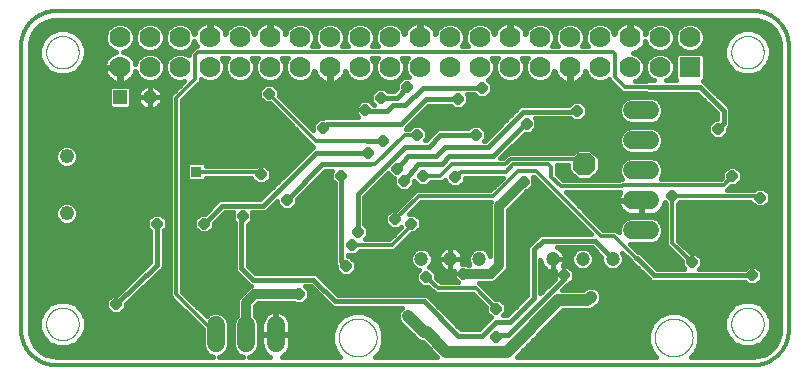
<source format=gbl>
G75*
%MOIN*%
%OFA0B0*%
%FSLAX25Y25*%
%IPPOS*%
%LPD*%
%AMOC8*
5,1,8,0,0,1.08239X$1,22.5*
%
%ADD10C,0.01200*%
%ADD11C,0.06000*%
%ADD12C,0.04800*%
%ADD13C,0.00000*%
%ADD14C,0.04724*%
%ADD15OC8,0.07600*%
%ADD16R,0.07000X0.07000*%
%ADD17C,0.07000*%
%ADD18R,0.04724X0.04724*%
%ADD19C,0.01600*%
%ADD20OC8,0.03762*%
%ADD21C,0.04000*%
%ADD22C,0.03200*%
%ADD23R,0.03762X0.03762*%
D10*
X0015580Y0025231D02*
X0247863Y0025231D01*
X0248148Y0025234D01*
X0248434Y0025245D01*
X0248719Y0025262D01*
X0249003Y0025286D01*
X0249287Y0025317D01*
X0249570Y0025355D01*
X0249851Y0025400D01*
X0250132Y0025451D01*
X0250412Y0025509D01*
X0250690Y0025574D01*
X0250966Y0025646D01*
X0251240Y0025724D01*
X0251513Y0025809D01*
X0251783Y0025901D01*
X0252051Y0025999D01*
X0252317Y0026103D01*
X0252580Y0026214D01*
X0252840Y0026331D01*
X0253098Y0026454D01*
X0253352Y0026584D01*
X0253603Y0026720D01*
X0253851Y0026861D01*
X0254095Y0027009D01*
X0254336Y0027162D01*
X0254572Y0027322D01*
X0254805Y0027487D01*
X0255034Y0027657D01*
X0255259Y0027833D01*
X0255479Y0028015D01*
X0255695Y0028201D01*
X0255906Y0028393D01*
X0256113Y0028590D01*
X0256315Y0028792D01*
X0256512Y0028999D01*
X0256704Y0029210D01*
X0256890Y0029426D01*
X0257072Y0029646D01*
X0257248Y0029871D01*
X0257418Y0030100D01*
X0257583Y0030333D01*
X0257743Y0030569D01*
X0257896Y0030810D01*
X0258044Y0031054D01*
X0258185Y0031302D01*
X0258321Y0031553D01*
X0258451Y0031807D01*
X0258574Y0032065D01*
X0258691Y0032325D01*
X0258802Y0032588D01*
X0258906Y0032854D01*
X0259004Y0033122D01*
X0259096Y0033392D01*
X0259181Y0033665D01*
X0259259Y0033939D01*
X0259331Y0034215D01*
X0259396Y0034493D01*
X0259454Y0034773D01*
X0259505Y0035054D01*
X0259550Y0035335D01*
X0259588Y0035618D01*
X0259619Y0035902D01*
X0259643Y0036186D01*
X0259660Y0036471D01*
X0259671Y0036757D01*
X0259674Y0037042D01*
X0259674Y0131530D01*
X0259671Y0131815D01*
X0259660Y0132101D01*
X0259643Y0132386D01*
X0259619Y0132670D01*
X0259588Y0132954D01*
X0259550Y0133237D01*
X0259505Y0133518D01*
X0259454Y0133799D01*
X0259396Y0134079D01*
X0259331Y0134357D01*
X0259259Y0134633D01*
X0259181Y0134907D01*
X0259096Y0135180D01*
X0259004Y0135450D01*
X0258906Y0135718D01*
X0258802Y0135984D01*
X0258691Y0136247D01*
X0258574Y0136507D01*
X0258451Y0136765D01*
X0258321Y0137019D01*
X0258185Y0137270D01*
X0258044Y0137518D01*
X0257896Y0137762D01*
X0257743Y0138003D01*
X0257583Y0138239D01*
X0257418Y0138472D01*
X0257248Y0138701D01*
X0257072Y0138926D01*
X0256890Y0139146D01*
X0256704Y0139362D01*
X0256512Y0139573D01*
X0256315Y0139780D01*
X0256113Y0139982D01*
X0255906Y0140179D01*
X0255695Y0140371D01*
X0255479Y0140557D01*
X0255259Y0140739D01*
X0255034Y0140915D01*
X0254805Y0141085D01*
X0254572Y0141250D01*
X0254336Y0141410D01*
X0254095Y0141563D01*
X0253851Y0141711D01*
X0253603Y0141852D01*
X0253352Y0141988D01*
X0253098Y0142118D01*
X0252840Y0142241D01*
X0252580Y0142358D01*
X0252317Y0142469D01*
X0252051Y0142573D01*
X0251783Y0142671D01*
X0251513Y0142763D01*
X0251240Y0142848D01*
X0250966Y0142926D01*
X0250690Y0142998D01*
X0250412Y0143063D01*
X0250132Y0143121D01*
X0249851Y0143172D01*
X0249570Y0143217D01*
X0249287Y0143255D01*
X0249003Y0143286D01*
X0248719Y0143310D01*
X0248434Y0143327D01*
X0248148Y0143338D01*
X0247863Y0143341D01*
X0015580Y0143341D01*
X0015295Y0143338D01*
X0015009Y0143327D01*
X0014724Y0143310D01*
X0014440Y0143286D01*
X0014156Y0143255D01*
X0013873Y0143217D01*
X0013592Y0143172D01*
X0013311Y0143121D01*
X0013031Y0143063D01*
X0012753Y0142998D01*
X0012477Y0142926D01*
X0012203Y0142848D01*
X0011930Y0142763D01*
X0011660Y0142671D01*
X0011392Y0142573D01*
X0011126Y0142469D01*
X0010863Y0142358D01*
X0010603Y0142241D01*
X0010345Y0142118D01*
X0010091Y0141988D01*
X0009840Y0141852D01*
X0009592Y0141711D01*
X0009348Y0141563D01*
X0009107Y0141410D01*
X0008871Y0141250D01*
X0008638Y0141085D01*
X0008409Y0140915D01*
X0008184Y0140739D01*
X0007964Y0140557D01*
X0007748Y0140371D01*
X0007537Y0140179D01*
X0007330Y0139982D01*
X0007128Y0139780D01*
X0006931Y0139573D01*
X0006739Y0139362D01*
X0006553Y0139146D01*
X0006371Y0138926D01*
X0006195Y0138701D01*
X0006025Y0138472D01*
X0005860Y0138239D01*
X0005700Y0138003D01*
X0005547Y0137762D01*
X0005399Y0137518D01*
X0005258Y0137270D01*
X0005122Y0137019D01*
X0004992Y0136765D01*
X0004869Y0136507D01*
X0004752Y0136247D01*
X0004641Y0135984D01*
X0004537Y0135718D01*
X0004439Y0135450D01*
X0004347Y0135180D01*
X0004262Y0134907D01*
X0004184Y0134633D01*
X0004112Y0134357D01*
X0004047Y0134079D01*
X0003989Y0133799D01*
X0003938Y0133518D01*
X0003893Y0133237D01*
X0003855Y0132954D01*
X0003824Y0132670D01*
X0003800Y0132386D01*
X0003783Y0132101D01*
X0003772Y0131815D01*
X0003769Y0131530D01*
X0003769Y0037042D01*
X0003772Y0036757D01*
X0003783Y0036471D01*
X0003800Y0036186D01*
X0003824Y0035902D01*
X0003855Y0035618D01*
X0003893Y0035335D01*
X0003938Y0035054D01*
X0003989Y0034773D01*
X0004047Y0034493D01*
X0004112Y0034215D01*
X0004184Y0033939D01*
X0004262Y0033665D01*
X0004347Y0033392D01*
X0004439Y0033122D01*
X0004537Y0032854D01*
X0004641Y0032588D01*
X0004752Y0032325D01*
X0004869Y0032065D01*
X0004992Y0031807D01*
X0005122Y0031553D01*
X0005258Y0031302D01*
X0005399Y0031054D01*
X0005547Y0030810D01*
X0005700Y0030569D01*
X0005860Y0030333D01*
X0006025Y0030100D01*
X0006195Y0029871D01*
X0006371Y0029646D01*
X0006553Y0029426D01*
X0006739Y0029210D01*
X0006931Y0028999D01*
X0007128Y0028792D01*
X0007330Y0028590D01*
X0007537Y0028393D01*
X0007748Y0028201D01*
X0007964Y0028015D01*
X0008184Y0027833D01*
X0008409Y0027657D01*
X0008638Y0027487D01*
X0008871Y0027322D01*
X0009107Y0027162D01*
X0009348Y0027009D01*
X0009592Y0026861D01*
X0009840Y0026720D01*
X0010091Y0026584D01*
X0010345Y0026454D01*
X0010603Y0026331D01*
X0010863Y0026214D01*
X0011126Y0026103D01*
X0011392Y0025999D01*
X0011660Y0025901D01*
X0011930Y0025809D01*
X0012203Y0025724D01*
X0012477Y0025646D01*
X0012753Y0025574D01*
X0013031Y0025509D01*
X0013311Y0025451D01*
X0013592Y0025400D01*
X0013873Y0025355D01*
X0014156Y0025317D01*
X0014440Y0025286D01*
X0014724Y0025262D01*
X0015009Y0025245D01*
X0015295Y0025234D01*
X0015580Y0025231D01*
X0055540Y0048853D02*
X0068690Y0035704D01*
X0068690Y0035487D01*
X0055540Y0048853D02*
X0055540Y0114404D01*
X0061643Y0120507D01*
X0061643Y0128578D01*
X0062627Y0129562D01*
X0201013Y0129562D01*
X0201603Y0128971D01*
X0201603Y0121294D01*
X0204950Y0117948D01*
X0213020Y0117948D01*
X0189556Y0094129D02*
X0167154Y0094129D01*
X0165186Y0092160D01*
X0147469Y0092160D01*
X0143532Y0088223D01*
X0137627Y0088223D01*
X0136249Y0081727D02*
X0161052Y0081727D01*
X0169320Y0089995D01*
X0175422Y0089995D01*
X0197076Y0068341D01*
X0201406Y0068341D01*
X0208887Y0060861D01*
X0220894Y0065979D02*
X0227391Y0059483D01*
X0220894Y0065979D02*
X0220894Y0081727D01*
X0249438Y0081727D01*
X0250028Y0081137D01*
X0240776Y0088223D02*
X0238020Y0085467D01*
X0204556Y0085467D01*
X0203965Y0084877D01*
X0183690Y0084877D01*
X0180540Y0088026D01*
X0180540Y0091176D01*
X0179556Y0092160D01*
X0167745Y0092160D01*
X0165383Y0089798D01*
X0150422Y0089798D01*
X0148454Y0087830D01*
X0136249Y0081727D02*
X0128375Y0073853D01*
X0133690Y0072475D02*
X0133690Y0071688D01*
X0127391Y0065389D01*
X0114005Y0065389D01*
X0138808Y0054759D02*
X0142745Y0050822D01*
X0155343Y0050822D01*
X0162036Y0044129D01*
X0083690Y0088814D02*
X0082706Y0089798D01*
X0062233Y0089798D01*
X0086446Y0115586D02*
X0102194Y0099837D01*
X0119123Y0099837D01*
X0119910Y0092160D02*
X0121879Y0092160D01*
X0131721Y0102003D01*
X0135658Y0102003D01*
X0086446Y0115586D02*
X0086446Y0115782D01*
X0189556Y0094129D02*
X0191406Y0092278D01*
D11*
X0207461Y0090152D02*
X0213461Y0090152D01*
X0213461Y0100152D02*
X0207461Y0100152D01*
X0207461Y0110152D02*
X0213461Y0110152D01*
X0213461Y0080152D02*
X0207461Y0080152D01*
X0207461Y0070152D02*
X0213461Y0070152D01*
X0088690Y0038487D02*
X0088690Y0032487D01*
X0078690Y0032487D02*
X0078690Y0038487D01*
X0068690Y0038487D02*
X0068690Y0032487D01*
D12*
X0018965Y0075889D03*
X0018965Y0094889D03*
D13*
X0012135Y0129562D02*
X0012137Y0129709D01*
X0012143Y0129855D01*
X0012153Y0130001D01*
X0012167Y0130147D01*
X0012185Y0130293D01*
X0012206Y0130438D01*
X0012232Y0130582D01*
X0012262Y0130726D01*
X0012295Y0130868D01*
X0012332Y0131010D01*
X0012373Y0131151D01*
X0012418Y0131290D01*
X0012467Y0131429D01*
X0012519Y0131566D01*
X0012576Y0131701D01*
X0012635Y0131835D01*
X0012699Y0131967D01*
X0012766Y0132097D01*
X0012836Y0132226D01*
X0012910Y0132353D01*
X0012987Y0132477D01*
X0013068Y0132600D01*
X0013152Y0132720D01*
X0013239Y0132838D01*
X0013329Y0132953D01*
X0013422Y0133066D01*
X0013519Y0133177D01*
X0013618Y0133285D01*
X0013720Y0133390D01*
X0013825Y0133492D01*
X0013933Y0133591D01*
X0014044Y0133688D01*
X0014157Y0133781D01*
X0014272Y0133871D01*
X0014390Y0133958D01*
X0014510Y0134042D01*
X0014633Y0134123D01*
X0014757Y0134200D01*
X0014884Y0134274D01*
X0015013Y0134344D01*
X0015143Y0134411D01*
X0015275Y0134475D01*
X0015409Y0134534D01*
X0015544Y0134591D01*
X0015681Y0134643D01*
X0015820Y0134692D01*
X0015959Y0134737D01*
X0016100Y0134778D01*
X0016242Y0134815D01*
X0016384Y0134848D01*
X0016528Y0134878D01*
X0016672Y0134904D01*
X0016817Y0134925D01*
X0016963Y0134943D01*
X0017109Y0134957D01*
X0017255Y0134967D01*
X0017401Y0134973D01*
X0017548Y0134975D01*
X0017695Y0134973D01*
X0017841Y0134967D01*
X0017987Y0134957D01*
X0018133Y0134943D01*
X0018279Y0134925D01*
X0018424Y0134904D01*
X0018568Y0134878D01*
X0018712Y0134848D01*
X0018854Y0134815D01*
X0018996Y0134778D01*
X0019137Y0134737D01*
X0019276Y0134692D01*
X0019415Y0134643D01*
X0019552Y0134591D01*
X0019687Y0134534D01*
X0019821Y0134475D01*
X0019953Y0134411D01*
X0020083Y0134344D01*
X0020212Y0134274D01*
X0020339Y0134200D01*
X0020463Y0134123D01*
X0020586Y0134042D01*
X0020706Y0133958D01*
X0020824Y0133871D01*
X0020939Y0133781D01*
X0021052Y0133688D01*
X0021163Y0133591D01*
X0021271Y0133492D01*
X0021376Y0133390D01*
X0021478Y0133285D01*
X0021577Y0133177D01*
X0021674Y0133066D01*
X0021767Y0132953D01*
X0021857Y0132838D01*
X0021944Y0132720D01*
X0022028Y0132600D01*
X0022109Y0132477D01*
X0022186Y0132353D01*
X0022260Y0132226D01*
X0022330Y0132097D01*
X0022397Y0131967D01*
X0022461Y0131835D01*
X0022520Y0131701D01*
X0022577Y0131566D01*
X0022629Y0131429D01*
X0022678Y0131290D01*
X0022723Y0131151D01*
X0022764Y0131010D01*
X0022801Y0130868D01*
X0022834Y0130726D01*
X0022864Y0130582D01*
X0022890Y0130438D01*
X0022911Y0130293D01*
X0022929Y0130147D01*
X0022943Y0130001D01*
X0022953Y0129855D01*
X0022959Y0129709D01*
X0022961Y0129562D01*
X0022959Y0129415D01*
X0022953Y0129269D01*
X0022943Y0129123D01*
X0022929Y0128977D01*
X0022911Y0128831D01*
X0022890Y0128686D01*
X0022864Y0128542D01*
X0022834Y0128398D01*
X0022801Y0128256D01*
X0022764Y0128114D01*
X0022723Y0127973D01*
X0022678Y0127834D01*
X0022629Y0127695D01*
X0022577Y0127558D01*
X0022520Y0127423D01*
X0022461Y0127289D01*
X0022397Y0127157D01*
X0022330Y0127027D01*
X0022260Y0126898D01*
X0022186Y0126771D01*
X0022109Y0126647D01*
X0022028Y0126524D01*
X0021944Y0126404D01*
X0021857Y0126286D01*
X0021767Y0126171D01*
X0021674Y0126058D01*
X0021577Y0125947D01*
X0021478Y0125839D01*
X0021376Y0125734D01*
X0021271Y0125632D01*
X0021163Y0125533D01*
X0021052Y0125436D01*
X0020939Y0125343D01*
X0020824Y0125253D01*
X0020706Y0125166D01*
X0020586Y0125082D01*
X0020463Y0125001D01*
X0020339Y0124924D01*
X0020212Y0124850D01*
X0020083Y0124780D01*
X0019953Y0124713D01*
X0019821Y0124649D01*
X0019687Y0124590D01*
X0019552Y0124533D01*
X0019415Y0124481D01*
X0019276Y0124432D01*
X0019137Y0124387D01*
X0018996Y0124346D01*
X0018854Y0124309D01*
X0018712Y0124276D01*
X0018568Y0124246D01*
X0018424Y0124220D01*
X0018279Y0124199D01*
X0018133Y0124181D01*
X0017987Y0124167D01*
X0017841Y0124157D01*
X0017695Y0124151D01*
X0017548Y0124149D01*
X0017401Y0124151D01*
X0017255Y0124157D01*
X0017109Y0124167D01*
X0016963Y0124181D01*
X0016817Y0124199D01*
X0016672Y0124220D01*
X0016528Y0124246D01*
X0016384Y0124276D01*
X0016242Y0124309D01*
X0016100Y0124346D01*
X0015959Y0124387D01*
X0015820Y0124432D01*
X0015681Y0124481D01*
X0015544Y0124533D01*
X0015409Y0124590D01*
X0015275Y0124649D01*
X0015143Y0124713D01*
X0015013Y0124780D01*
X0014884Y0124850D01*
X0014757Y0124924D01*
X0014633Y0125001D01*
X0014510Y0125082D01*
X0014390Y0125166D01*
X0014272Y0125253D01*
X0014157Y0125343D01*
X0014044Y0125436D01*
X0013933Y0125533D01*
X0013825Y0125632D01*
X0013720Y0125734D01*
X0013618Y0125839D01*
X0013519Y0125947D01*
X0013422Y0126058D01*
X0013329Y0126171D01*
X0013239Y0126286D01*
X0013152Y0126404D01*
X0013068Y0126524D01*
X0012987Y0126647D01*
X0012910Y0126771D01*
X0012836Y0126898D01*
X0012766Y0127027D01*
X0012699Y0127157D01*
X0012635Y0127289D01*
X0012576Y0127423D01*
X0012519Y0127558D01*
X0012467Y0127695D01*
X0012418Y0127834D01*
X0012373Y0127973D01*
X0012332Y0128114D01*
X0012295Y0128256D01*
X0012262Y0128398D01*
X0012232Y0128542D01*
X0012206Y0128686D01*
X0012185Y0128831D01*
X0012167Y0128977D01*
X0012153Y0129123D01*
X0012143Y0129269D01*
X0012137Y0129415D01*
X0012135Y0129562D01*
X0012135Y0039011D02*
X0012137Y0039158D01*
X0012143Y0039304D01*
X0012153Y0039450D01*
X0012167Y0039596D01*
X0012185Y0039742D01*
X0012206Y0039887D01*
X0012232Y0040031D01*
X0012262Y0040175D01*
X0012295Y0040317D01*
X0012332Y0040459D01*
X0012373Y0040600D01*
X0012418Y0040739D01*
X0012467Y0040878D01*
X0012519Y0041015D01*
X0012576Y0041150D01*
X0012635Y0041284D01*
X0012699Y0041416D01*
X0012766Y0041546D01*
X0012836Y0041675D01*
X0012910Y0041802D01*
X0012987Y0041926D01*
X0013068Y0042049D01*
X0013152Y0042169D01*
X0013239Y0042287D01*
X0013329Y0042402D01*
X0013422Y0042515D01*
X0013519Y0042626D01*
X0013618Y0042734D01*
X0013720Y0042839D01*
X0013825Y0042941D01*
X0013933Y0043040D01*
X0014044Y0043137D01*
X0014157Y0043230D01*
X0014272Y0043320D01*
X0014390Y0043407D01*
X0014510Y0043491D01*
X0014633Y0043572D01*
X0014757Y0043649D01*
X0014884Y0043723D01*
X0015013Y0043793D01*
X0015143Y0043860D01*
X0015275Y0043924D01*
X0015409Y0043983D01*
X0015544Y0044040D01*
X0015681Y0044092D01*
X0015820Y0044141D01*
X0015959Y0044186D01*
X0016100Y0044227D01*
X0016242Y0044264D01*
X0016384Y0044297D01*
X0016528Y0044327D01*
X0016672Y0044353D01*
X0016817Y0044374D01*
X0016963Y0044392D01*
X0017109Y0044406D01*
X0017255Y0044416D01*
X0017401Y0044422D01*
X0017548Y0044424D01*
X0017695Y0044422D01*
X0017841Y0044416D01*
X0017987Y0044406D01*
X0018133Y0044392D01*
X0018279Y0044374D01*
X0018424Y0044353D01*
X0018568Y0044327D01*
X0018712Y0044297D01*
X0018854Y0044264D01*
X0018996Y0044227D01*
X0019137Y0044186D01*
X0019276Y0044141D01*
X0019415Y0044092D01*
X0019552Y0044040D01*
X0019687Y0043983D01*
X0019821Y0043924D01*
X0019953Y0043860D01*
X0020083Y0043793D01*
X0020212Y0043723D01*
X0020339Y0043649D01*
X0020463Y0043572D01*
X0020586Y0043491D01*
X0020706Y0043407D01*
X0020824Y0043320D01*
X0020939Y0043230D01*
X0021052Y0043137D01*
X0021163Y0043040D01*
X0021271Y0042941D01*
X0021376Y0042839D01*
X0021478Y0042734D01*
X0021577Y0042626D01*
X0021674Y0042515D01*
X0021767Y0042402D01*
X0021857Y0042287D01*
X0021944Y0042169D01*
X0022028Y0042049D01*
X0022109Y0041926D01*
X0022186Y0041802D01*
X0022260Y0041675D01*
X0022330Y0041546D01*
X0022397Y0041416D01*
X0022461Y0041284D01*
X0022520Y0041150D01*
X0022577Y0041015D01*
X0022629Y0040878D01*
X0022678Y0040739D01*
X0022723Y0040600D01*
X0022764Y0040459D01*
X0022801Y0040317D01*
X0022834Y0040175D01*
X0022864Y0040031D01*
X0022890Y0039887D01*
X0022911Y0039742D01*
X0022929Y0039596D01*
X0022943Y0039450D01*
X0022953Y0039304D01*
X0022959Y0039158D01*
X0022961Y0039011D01*
X0022959Y0038864D01*
X0022953Y0038718D01*
X0022943Y0038572D01*
X0022929Y0038426D01*
X0022911Y0038280D01*
X0022890Y0038135D01*
X0022864Y0037991D01*
X0022834Y0037847D01*
X0022801Y0037705D01*
X0022764Y0037563D01*
X0022723Y0037422D01*
X0022678Y0037283D01*
X0022629Y0037144D01*
X0022577Y0037007D01*
X0022520Y0036872D01*
X0022461Y0036738D01*
X0022397Y0036606D01*
X0022330Y0036476D01*
X0022260Y0036347D01*
X0022186Y0036220D01*
X0022109Y0036096D01*
X0022028Y0035973D01*
X0021944Y0035853D01*
X0021857Y0035735D01*
X0021767Y0035620D01*
X0021674Y0035507D01*
X0021577Y0035396D01*
X0021478Y0035288D01*
X0021376Y0035183D01*
X0021271Y0035081D01*
X0021163Y0034982D01*
X0021052Y0034885D01*
X0020939Y0034792D01*
X0020824Y0034702D01*
X0020706Y0034615D01*
X0020586Y0034531D01*
X0020463Y0034450D01*
X0020339Y0034373D01*
X0020212Y0034299D01*
X0020083Y0034229D01*
X0019953Y0034162D01*
X0019821Y0034098D01*
X0019687Y0034039D01*
X0019552Y0033982D01*
X0019415Y0033930D01*
X0019276Y0033881D01*
X0019137Y0033836D01*
X0018996Y0033795D01*
X0018854Y0033758D01*
X0018712Y0033725D01*
X0018568Y0033695D01*
X0018424Y0033669D01*
X0018279Y0033648D01*
X0018133Y0033630D01*
X0017987Y0033616D01*
X0017841Y0033606D01*
X0017695Y0033600D01*
X0017548Y0033598D01*
X0017401Y0033600D01*
X0017255Y0033606D01*
X0017109Y0033616D01*
X0016963Y0033630D01*
X0016817Y0033648D01*
X0016672Y0033669D01*
X0016528Y0033695D01*
X0016384Y0033725D01*
X0016242Y0033758D01*
X0016100Y0033795D01*
X0015959Y0033836D01*
X0015820Y0033881D01*
X0015681Y0033930D01*
X0015544Y0033982D01*
X0015409Y0034039D01*
X0015275Y0034098D01*
X0015143Y0034162D01*
X0015013Y0034229D01*
X0014884Y0034299D01*
X0014757Y0034373D01*
X0014633Y0034450D01*
X0014510Y0034531D01*
X0014390Y0034615D01*
X0014272Y0034702D01*
X0014157Y0034792D01*
X0014044Y0034885D01*
X0013933Y0034982D01*
X0013825Y0035081D01*
X0013720Y0035183D01*
X0013618Y0035288D01*
X0013519Y0035396D01*
X0013422Y0035507D01*
X0013329Y0035620D01*
X0013239Y0035735D01*
X0013152Y0035853D01*
X0013068Y0035973D01*
X0012987Y0036096D01*
X0012910Y0036220D01*
X0012836Y0036347D01*
X0012766Y0036476D01*
X0012699Y0036606D01*
X0012635Y0036738D01*
X0012576Y0036872D01*
X0012519Y0037007D01*
X0012467Y0037144D01*
X0012418Y0037283D01*
X0012373Y0037422D01*
X0012332Y0037563D01*
X0012295Y0037705D01*
X0012262Y0037847D01*
X0012232Y0037991D01*
X0012206Y0038135D01*
X0012185Y0038280D01*
X0012167Y0038426D01*
X0012153Y0038572D01*
X0012143Y0038718D01*
X0012137Y0038864D01*
X0012135Y0039011D01*
X0109674Y0034483D02*
X0109676Y0034641D01*
X0109682Y0034799D01*
X0109692Y0034957D01*
X0109706Y0035115D01*
X0109724Y0035272D01*
X0109745Y0035429D01*
X0109771Y0035585D01*
X0109801Y0035741D01*
X0109834Y0035896D01*
X0109872Y0036049D01*
X0109913Y0036202D01*
X0109958Y0036354D01*
X0110007Y0036505D01*
X0110060Y0036654D01*
X0110116Y0036802D01*
X0110176Y0036948D01*
X0110240Y0037093D01*
X0110308Y0037236D01*
X0110379Y0037378D01*
X0110453Y0037518D01*
X0110531Y0037655D01*
X0110613Y0037791D01*
X0110697Y0037925D01*
X0110786Y0038056D01*
X0110877Y0038185D01*
X0110972Y0038312D01*
X0111069Y0038437D01*
X0111170Y0038559D01*
X0111274Y0038678D01*
X0111381Y0038795D01*
X0111491Y0038909D01*
X0111604Y0039020D01*
X0111719Y0039129D01*
X0111837Y0039234D01*
X0111958Y0039336D01*
X0112081Y0039436D01*
X0112207Y0039532D01*
X0112335Y0039625D01*
X0112465Y0039715D01*
X0112598Y0039801D01*
X0112733Y0039885D01*
X0112869Y0039964D01*
X0113008Y0040041D01*
X0113149Y0040113D01*
X0113291Y0040183D01*
X0113435Y0040248D01*
X0113581Y0040310D01*
X0113728Y0040368D01*
X0113877Y0040423D01*
X0114027Y0040474D01*
X0114178Y0040521D01*
X0114330Y0040564D01*
X0114483Y0040603D01*
X0114638Y0040639D01*
X0114793Y0040670D01*
X0114949Y0040698D01*
X0115105Y0040722D01*
X0115262Y0040742D01*
X0115420Y0040758D01*
X0115577Y0040770D01*
X0115736Y0040778D01*
X0115894Y0040782D01*
X0116052Y0040782D01*
X0116210Y0040778D01*
X0116369Y0040770D01*
X0116526Y0040758D01*
X0116684Y0040742D01*
X0116841Y0040722D01*
X0116997Y0040698D01*
X0117153Y0040670D01*
X0117308Y0040639D01*
X0117463Y0040603D01*
X0117616Y0040564D01*
X0117768Y0040521D01*
X0117919Y0040474D01*
X0118069Y0040423D01*
X0118218Y0040368D01*
X0118365Y0040310D01*
X0118511Y0040248D01*
X0118655Y0040183D01*
X0118797Y0040113D01*
X0118938Y0040041D01*
X0119077Y0039964D01*
X0119213Y0039885D01*
X0119348Y0039801D01*
X0119481Y0039715D01*
X0119611Y0039625D01*
X0119739Y0039532D01*
X0119865Y0039436D01*
X0119988Y0039336D01*
X0120109Y0039234D01*
X0120227Y0039129D01*
X0120342Y0039020D01*
X0120455Y0038909D01*
X0120565Y0038795D01*
X0120672Y0038678D01*
X0120776Y0038559D01*
X0120877Y0038437D01*
X0120974Y0038312D01*
X0121069Y0038185D01*
X0121160Y0038056D01*
X0121249Y0037925D01*
X0121333Y0037791D01*
X0121415Y0037655D01*
X0121493Y0037518D01*
X0121567Y0037378D01*
X0121638Y0037236D01*
X0121706Y0037093D01*
X0121770Y0036948D01*
X0121830Y0036802D01*
X0121886Y0036654D01*
X0121939Y0036505D01*
X0121988Y0036354D01*
X0122033Y0036202D01*
X0122074Y0036049D01*
X0122112Y0035896D01*
X0122145Y0035741D01*
X0122175Y0035585D01*
X0122201Y0035429D01*
X0122222Y0035272D01*
X0122240Y0035115D01*
X0122254Y0034957D01*
X0122264Y0034799D01*
X0122270Y0034641D01*
X0122272Y0034483D01*
X0122270Y0034325D01*
X0122264Y0034167D01*
X0122254Y0034009D01*
X0122240Y0033851D01*
X0122222Y0033694D01*
X0122201Y0033537D01*
X0122175Y0033381D01*
X0122145Y0033225D01*
X0122112Y0033070D01*
X0122074Y0032917D01*
X0122033Y0032764D01*
X0121988Y0032612D01*
X0121939Y0032461D01*
X0121886Y0032312D01*
X0121830Y0032164D01*
X0121770Y0032018D01*
X0121706Y0031873D01*
X0121638Y0031730D01*
X0121567Y0031588D01*
X0121493Y0031448D01*
X0121415Y0031311D01*
X0121333Y0031175D01*
X0121249Y0031041D01*
X0121160Y0030910D01*
X0121069Y0030781D01*
X0120974Y0030654D01*
X0120877Y0030529D01*
X0120776Y0030407D01*
X0120672Y0030288D01*
X0120565Y0030171D01*
X0120455Y0030057D01*
X0120342Y0029946D01*
X0120227Y0029837D01*
X0120109Y0029732D01*
X0119988Y0029630D01*
X0119865Y0029530D01*
X0119739Y0029434D01*
X0119611Y0029341D01*
X0119481Y0029251D01*
X0119348Y0029165D01*
X0119213Y0029081D01*
X0119077Y0029002D01*
X0118938Y0028925D01*
X0118797Y0028853D01*
X0118655Y0028783D01*
X0118511Y0028718D01*
X0118365Y0028656D01*
X0118218Y0028598D01*
X0118069Y0028543D01*
X0117919Y0028492D01*
X0117768Y0028445D01*
X0117616Y0028402D01*
X0117463Y0028363D01*
X0117308Y0028327D01*
X0117153Y0028296D01*
X0116997Y0028268D01*
X0116841Y0028244D01*
X0116684Y0028224D01*
X0116526Y0028208D01*
X0116369Y0028196D01*
X0116210Y0028188D01*
X0116052Y0028184D01*
X0115894Y0028184D01*
X0115736Y0028188D01*
X0115577Y0028196D01*
X0115420Y0028208D01*
X0115262Y0028224D01*
X0115105Y0028244D01*
X0114949Y0028268D01*
X0114793Y0028296D01*
X0114638Y0028327D01*
X0114483Y0028363D01*
X0114330Y0028402D01*
X0114178Y0028445D01*
X0114027Y0028492D01*
X0113877Y0028543D01*
X0113728Y0028598D01*
X0113581Y0028656D01*
X0113435Y0028718D01*
X0113291Y0028783D01*
X0113149Y0028853D01*
X0113008Y0028925D01*
X0112869Y0029002D01*
X0112733Y0029081D01*
X0112598Y0029165D01*
X0112465Y0029251D01*
X0112335Y0029341D01*
X0112207Y0029434D01*
X0112081Y0029530D01*
X0111958Y0029630D01*
X0111837Y0029732D01*
X0111719Y0029837D01*
X0111604Y0029946D01*
X0111491Y0030057D01*
X0111381Y0030171D01*
X0111274Y0030288D01*
X0111170Y0030407D01*
X0111069Y0030529D01*
X0110972Y0030654D01*
X0110877Y0030781D01*
X0110786Y0030910D01*
X0110697Y0031041D01*
X0110613Y0031175D01*
X0110531Y0031311D01*
X0110453Y0031448D01*
X0110379Y0031588D01*
X0110308Y0031730D01*
X0110240Y0031873D01*
X0110176Y0032018D01*
X0110116Y0032164D01*
X0110060Y0032312D01*
X0110007Y0032461D01*
X0109958Y0032612D01*
X0109913Y0032764D01*
X0109872Y0032917D01*
X0109834Y0033070D01*
X0109801Y0033225D01*
X0109771Y0033381D01*
X0109745Y0033537D01*
X0109724Y0033694D01*
X0109706Y0033851D01*
X0109692Y0034009D01*
X0109682Y0034167D01*
X0109676Y0034325D01*
X0109674Y0034483D01*
X0214989Y0034483D02*
X0214991Y0034641D01*
X0214997Y0034799D01*
X0215007Y0034957D01*
X0215021Y0035115D01*
X0215039Y0035272D01*
X0215060Y0035429D01*
X0215086Y0035585D01*
X0215116Y0035741D01*
X0215149Y0035896D01*
X0215187Y0036049D01*
X0215228Y0036202D01*
X0215273Y0036354D01*
X0215322Y0036505D01*
X0215375Y0036654D01*
X0215431Y0036802D01*
X0215491Y0036948D01*
X0215555Y0037093D01*
X0215623Y0037236D01*
X0215694Y0037378D01*
X0215768Y0037518D01*
X0215846Y0037655D01*
X0215928Y0037791D01*
X0216012Y0037925D01*
X0216101Y0038056D01*
X0216192Y0038185D01*
X0216287Y0038312D01*
X0216384Y0038437D01*
X0216485Y0038559D01*
X0216589Y0038678D01*
X0216696Y0038795D01*
X0216806Y0038909D01*
X0216919Y0039020D01*
X0217034Y0039129D01*
X0217152Y0039234D01*
X0217273Y0039336D01*
X0217396Y0039436D01*
X0217522Y0039532D01*
X0217650Y0039625D01*
X0217780Y0039715D01*
X0217913Y0039801D01*
X0218048Y0039885D01*
X0218184Y0039964D01*
X0218323Y0040041D01*
X0218464Y0040113D01*
X0218606Y0040183D01*
X0218750Y0040248D01*
X0218896Y0040310D01*
X0219043Y0040368D01*
X0219192Y0040423D01*
X0219342Y0040474D01*
X0219493Y0040521D01*
X0219645Y0040564D01*
X0219798Y0040603D01*
X0219953Y0040639D01*
X0220108Y0040670D01*
X0220264Y0040698D01*
X0220420Y0040722D01*
X0220577Y0040742D01*
X0220735Y0040758D01*
X0220892Y0040770D01*
X0221051Y0040778D01*
X0221209Y0040782D01*
X0221367Y0040782D01*
X0221525Y0040778D01*
X0221684Y0040770D01*
X0221841Y0040758D01*
X0221999Y0040742D01*
X0222156Y0040722D01*
X0222312Y0040698D01*
X0222468Y0040670D01*
X0222623Y0040639D01*
X0222778Y0040603D01*
X0222931Y0040564D01*
X0223083Y0040521D01*
X0223234Y0040474D01*
X0223384Y0040423D01*
X0223533Y0040368D01*
X0223680Y0040310D01*
X0223826Y0040248D01*
X0223970Y0040183D01*
X0224112Y0040113D01*
X0224253Y0040041D01*
X0224392Y0039964D01*
X0224528Y0039885D01*
X0224663Y0039801D01*
X0224796Y0039715D01*
X0224926Y0039625D01*
X0225054Y0039532D01*
X0225180Y0039436D01*
X0225303Y0039336D01*
X0225424Y0039234D01*
X0225542Y0039129D01*
X0225657Y0039020D01*
X0225770Y0038909D01*
X0225880Y0038795D01*
X0225987Y0038678D01*
X0226091Y0038559D01*
X0226192Y0038437D01*
X0226289Y0038312D01*
X0226384Y0038185D01*
X0226475Y0038056D01*
X0226564Y0037925D01*
X0226648Y0037791D01*
X0226730Y0037655D01*
X0226808Y0037518D01*
X0226882Y0037378D01*
X0226953Y0037236D01*
X0227021Y0037093D01*
X0227085Y0036948D01*
X0227145Y0036802D01*
X0227201Y0036654D01*
X0227254Y0036505D01*
X0227303Y0036354D01*
X0227348Y0036202D01*
X0227389Y0036049D01*
X0227427Y0035896D01*
X0227460Y0035741D01*
X0227490Y0035585D01*
X0227516Y0035429D01*
X0227537Y0035272D01*
X0227555Y0035115D01*
X0227569Y0034957D01*
X0227579Y0034799D01*
X0227585Y0034641D01*
X0227587Y0034483D01*
X0227585Y0034325D01*
X0227579Y0034167D01*
X0227569Y0034009D01*
X0227555Y0033851D01*
X0227537Y0033694D01*
X0227516Y0033537D01*
X0227490Y0033381D01*
X0227460Y0033225D01*
X0227427Y0033070D01*
X0227389Y0032917D01*
X0227348Y0032764D01*
X0227303Y0032612D01*
X0227254Y0032461D01*
X0227201Y0032312D01*
X0227145Y0032164D01*
X0227085Y0032018D01*
X0227021Y0031873D01*
X0226953Y0031730D01*
X0226882Y0031588D01*
X0226808Y0031448D01*
X0226730Y0031311D01*
X0226648Y0031175D01*
X0226564Y0031041D01*
X0226475Y0030910D01*
X0226384Y0030781D01*
X0226289Y0030654D01*
X0226192Y0030529D01*
X0226091Y0030407D01*
X0225987Y0030288D01*
X0225880Y0030171D01*
X0225770Y0030057D01*
X0225657Y0029946D01*
X0225542Y0029837D01*
X0225424Y0029732D01*
X0225303Y0029630D01*
X0225180Y0029530D01*
X0225054Y0029434D01*
X0224926Y0029341D01*
X0224796Y0029251D01*
X0224663Y0029165D01*
X0224528Y0029081D01*
X0224392Y0029002D01*
X0224253Y0028925D01*
X0224112Y0028853D01*
X0223970Y0028783D01*
X0223826Y0028718D01*
X0223680Y0028656D01*
X0223533Y0028598D01*
X0223384Y0028543D01*
X0223234Y0028492D01*
X0223083Y0028445D01*
X0222931Y0028402D01*
X0222778Y0028363D01*
X0222623Y0028327D01*
X0222468Y0028296D01*
X0222312Y0028268D01*
X0222156Y0028244D01*
X0221999Y0028224D01*
X0221841Y0028208D01*
X0221684Y0028196D01*
X0221525Y0028188D01*
X0221367Y0028184D01*
X0221209Y0028184D01*
X0221051Y0028188D01*
X0220892Y0028196D01*
X0220735Y0028208D01*
X0220577Y0028224D01*
X0220420Y0028244D01*
X0220264Y0028268D01*
X0220108Y0028296D01*
X0219953Y0028327D01*
X0219798Y0028363D01*
X0219645Y0028402D01*
X0219493Y0028445D01*
X0219342Y0028492D01*
X0219192Y0028543D01*
X0219043Y0028598D01*
X0218896Y0028656D01*
X0218750Y0028718D01*
X0218606Y0028783D01*
X0218464Y0028853D01*
X0218323Y0028925D01*
X0218184Y0029002D01*
X0218048Y0029081D01*
X0217913Y0029165D01*
X0217780Y0029251D01*
X0217650Y0029341D01*
X0217522Y0029434D01*
X0217396Y0029530D01*
X0217273Y0029630D01*
X0217152Y0029732D01*
X0217034Y0029837D01*
X0216919Y0029946D01*
X0216806Y0030057D01*
X0216696Y0030171D01*
X0216589Y0030288D01*
X0216485Y0030407D01*
X0216384Y0030529D01*
X0216287Y0030654D01*
X0216192Y0030781D01*
X0216101Y0030910D01*
X0216012Y0031041D01*
X0215928Y0031175D01*
X0215846Y0031311D01*
X0215768Y0031448D01*
X0215694Y0031588D01*
X0215623Y0031730D01*
X0215555Y0031873D01*
X0215491Y0032018D01*
X0215431Y0032164D01*
X0215375Y0032312D01*
X0215322Y0032461D01*
X0215273Y0032612D01*
X0215228Y0032764D01*
X0215187Y0032917D01*
X0215149Y0033070D01*
X0215116Y0033225D01*
X0215086Y0033381D01*
X0215060Y0033537D01*
X0215039Y0033694D01*
X0215021Y0033851D01*
X0215007Y0034009D01*
X0214997Y0034167D01*
X0214991Y0034325D01*
X0214989Y0034483D01*
X0240481Y0039011D02*
X0240483Y0039158D01*
X0240489Y0039304D01*
X0240499Y0039450D01*
X0240513Y0039596D01*
X0240531Y0039742D01*
X0240552Y0039887D01*
X0240578Y0040031D01*
X0240608Y0040175D01*
X0240641Y0040317D01*
X0240678Y0040459D01*
X0240719Y0040600D01*
X0240764Y0040739D01*
X0240813Y0040878D01*
X0240865Y0041015D01*
X0240922Y0041150D01*
X0240981Y0041284D01*
X0241045Y0041416D01*
X0241112Y0041546D01*
X0241182Y0041675D01*
X0241256Y0041802D01*
X0241333Y0041926D01*
X0241414Y0042049D01*
X0241498Y0042169D01*
X0241585Y0042287D01*
X0241675Y0042402D01*
X0241768Y0042515D01*
X0241865Y0042626D01*
X0241964Y0042734D01*
X0242066Y0042839D01*
X0242171Y0042941D01*
X0242279Y0043040D01*
X0242390Y0043137D01*
X0242503Y0043230D01*
X0242618Y0043320D01*
X0242736Y0043407D01*
X0242856Y0043491D01*
X0242979Y0043572D01*
X0243103Y0043649D01*
X0243230Y0043723D01*
X0243359Y0043793D01*
X0243489Y0043860D01*
X0243621Y0043924D01*
X0243755Y0043983D01*
X0243890Y0044040D01*
X0244027Y0044092D01*
X0244166Y0044141D01*
X0244305Y0044186D01*
X0244446Y0044227D01*
X0244588Y0044264D01*
X0244730Y0044297D01*
X0244874Y0044327D01*
X0245018Y0044353D01*
X0245163Y0044374D01*
X0245309Y0044392D01*
X0245455Y0044406D01*
X0245601Y0044416D01*
X0245747Y0044422D01*
X0245894Y0044424D01*
X0246041Y0044422D01*
X0246187Y0044416D01*
X0246333Y0044406D01*
X0246479Y0044392D01*
X0246625Y0044374D01*
X0246770Y0044353D01*
X0246914Y0044327D01*
X0247058Y0044297D01*
X0247200Y0044264D01*
X0247342Y0044227D01*
X0247483Y0044186D01*
X0247622Y0044141D01*
X0247761Y0044092D01*
X0247898Y0044040D01*
X0248033Y0043983D01*
X0248167Y0043924D01*
X0248299Y0043860D01*
X0248429Y0043793D01*
X0248558Y0043723D01*
X0248685Y0043649D01*
X0248809Y0043572D01*
X0248932Y0043491D01*
X0249052Y0043407D01*
X0249170Y0043320D01*
X0249285Y0043230D01*
X0249398Y0043137D01*
X0249509Y0043040D01*
X0249617Y0042941D01*
X0249722Y0042839D01*
X0249824Y0042734D01*
X0249923Y0042626D01*
X0250020Y0042515D01*
X0250113Y0042402D01*
X0250203Y0042287D01*
X0250290Y0042169D01*
X0250374Y0042049D01*
X0250455Y0041926D01*
X0250532Y0041802D01*
X0250606Y0041675D01*
X0250676Y0041546D01*
X0250743Y0041416D01*
X0250807Y0041284D01*
X0250866Y0041150D01*
X0250923Y0041015D01*
X0250975Y0040878D01*
X0251024Y0040739D01*
X0251069Y0040600D01*
X0251110Y0040459D01*
X0251147Y0040317D01*
X0251180Y0040175D01*
X0251210Y0040031D01*
X0251236Y0039887D01*
X0251257Y0039742D01*
X0251275Y0039596D01*
X0251289Y0039450D01*
X0251299Y0039304D01*
X0251305Y0039158D01*
X0251307Y0039011D01*
X0251305Y0038864D01*
X0251299Y0038718D01*
X0251289Y0038572D01*
X0251275Y0038426D01*
X0251257Y0038280D01*
X0251236Y0038135D01*
X0251210Y0037991D01*
X0251180Y0037847D01*
X0251147Y0037705D01*
X0251110Y0037563D01*
X0251069Y0037422D01*
X0251024Y0037283D01*
X0250975Y0037144D01*
X0250923Y0037007D01*
X0250866Y0036872D01*
X0250807Y0036738D01*
X0250743Y0036606D01*
X0250676Y0036476D01*
X0250606Y0036347D01*
X0250532Y0036220D01*
X0250455Y0036096D01*
X0250374Y0035973D01*
X0250290Y0035853D01*
X0250203Y0035735D01*
X0250113Y0035620D01*
X0250020Y0035507D01*
X0249923Y0035396D01*
X0249824Y0035288D01*
X0249722Y0035183D01*
X0249617Y0035081D01*
X0249509Y0034982D01*
X0249398Y0034885D01*
X0249285Y0034792D01*
X0249170Y0034702D01*
X0249052Y0034615D01*
X0248932Y0034531D01*
X0248809Y0034450D01*
X0248685Y0034373D01*
X0248558Y0034299D01*
X0248429Y0034229D01*
X0248299Y0034162D01*
X0248167Y0034098D01*
X0248033Y0034039D01*
X0247898Y0033982D01*
X0247761Y0033930D01*
X0247622Y0033881D01*
X0247483Y0033836D01*
X0247342Y0033795D01*
X0247200Y0033758D01*
X0247058Y0033725D01*
X0246914Y0033695D01*
X0246770Y0033669D01*
X0246625Y0033648D01*
X0246479Y0033630D01*
X0246333Y0033616D01*
X0246187Y0033606D01*
X0246041Y0033600D01*
X0245894Y0033598D01*
X0245747Y0033600D01*
X0245601Y0033606D01*
X0245455Y0033616D01*
X0245309Y0033630D01*
X0245163Y0033648D01*
X0245018Y0033669D01*
X0244874Y0033695D01*
X0244730Y0033725D01*
X0244588Y0033758D01*
X0244446Y0033795D01*
X0244305Y0033836D01*
X0244166Y0033881D01*
X0244027Y0033930D01*
X0243890Y0033982D01*
X0243755Y0034039D01*
X0243621Y0034098D01*
X0243489Y0034162D01*
X0243359Y0034229D01*
X0243230Y0034299D01*
X0243103Y0034373D01*
X0242979Y0034450D01*
X0242856Y0034531D01*
X0242736Y0034615D01*
X0242618Y0034702D01*
X0242503Y0034792D01*
X0242390Y0034885D01*
X0242279Y0034982D01*
X0242171Y0035081D01*
X0242066Y0035183D01*
X0241964Y0035288D01*
X0241865Y0035396D01*
X0241768Y0035507D01*
X0241675Y0035620D01*
X0241585Y0035735D01*
X0241498Y0035853D01*
X0241414Y0035973D01*
X0241333Y0036096D01*
X0241256Y0036220D01*
X0241182Y0036347D01*
X0241112Y0036476D01*
X0241045Y0036606D01*
X0240981Y0036738D01*
X0240922Y0036872D01*
X0240865Y0037007D01*
X0240813Y0037144D01*
X0240764Y0037283D01*
X0240719Y0037422D01*
X0240678Y0037563D01*
X0240641Y0037705D01*
X0240608Y0037847D01*
X0240578Y0037991D01*
X0240552Y0038135D01*
X0240531Y0038280D01*
X0240513Y0038426D01*
X0240499Y0038572D01*
X0240489Y0038718D01*
X0240483Y0038864D01*
X0240481Y0039011D01*
X0240481Y0129562D02*
X0240483Y0129709D01*
X0240489Y0129855D01*
X0240499Y0130001D01*
X0240513Y0130147D01*
X0240531Y0130293D01*
X0240552Y0130438D01*
X0240578Y0130582D01*
X0240608Y0130726D01*
X0240641Y0130868D01*
X0240678Y0131010D01*
X0240719Y0131151D01*
X0240764Y0131290D01*
X0240813Y0131429D01*
X0240865Y0131566D01*
X0240922Y0131701D01*
X0240981Y0131835D01*
X0241045Y0131967D01*
X0241112Y0132097D01*
X0241182Y0132226D01*
X0241256Y0132353D01*
X0241333Y0132477D01*
X0241414Y0132600D01*
X0241498Y0132720D01*
X0241585Y0132838D01*
X0241675Y0132953D01*
X0241768Y0133066D01*
X0241865Y0133177D01*
X0241964Y0133285D01*
X0242066Y0133390D01*
X0242171Y0133492D01*
X0242279Y0133591D01*
X0242390Y0133688D01*
X0242503Y0133781D01*
X0242618Y0133871D01*
X0242736Y0133958D01*
X0242856Y0134042D01*
X0242979Y0134123D01*
X0243103Y0134200D01*
X0243230Y0134274D01*
X0243359Y0134344D01*
X0243489Y0134411D01*
X0243621Y0134475D01*
X0243755Y0134534D01*
X0243890Y0134591D01*
X0244027Y0134643D01*
X0244166Y0134692D01*
X0244305Y0134737D01*
X0244446Y0134778D01*
X0244588Y0134815D01*
X0244730Y0134848D01*
X0244874Y0134878D01*
X0245018Y0134904D01*
X0245163Y0134925D01*
X0245309Y0134943D01*
X0245455Y0134957D01*
X0245601Y0134967D01*
X0245747Y0134973D01*
X0245894Y0134975D01*
X0246041Y0134973D01*
X0246187Y0134967D01*
X0246333Y0134957D01*
X0246479Y0134943D01*
X0246625Y0134925D01*
X0246770Y0134904D01*
X0246914Y0134878D01*
X0247058Y0134848D01*
X0247200Y0134815D01*
X0247342Y0134778D01*
X0247483Y0134737D01*
X0247622Y0134692D01*
X0247761Y0134643D01*
X0247898Y0134591D01*
X0248033Y0134534D01*
X0248167Y0134475D01*
X0248299Y0134411D01*
X0248429Y0134344D01*
X0248558Y0134274D01*
X0248685Y0134200D01*
X0248809Y0134123D01*
X0248932Y0134042D01*
X0249052Y0133958D01*
X0249170Y0133871D01*
X0249285Y0133781D01*
X0249398Y0133688D01*
X0249509Y0133591D01*
X0249617Y0133492D01*
X0249722Y0133390D01*
X0249824Y0133285D01*
X0249923Y0133177D01*
X0250020Y0133066D01*
X0250113Y0132953D01*
X0250203Y0132838D01*
X0250290Y0132720D01*
X0250374Y0132600D01*
X0250455Y0132477D01*
X0250532Y0132353D01*
X0250606Y0132226D01*
X0250676Y0132097D01*
X0250743Y0131967D01*
X0250807Y0131835D01*
X0250866Y0131701D01*
X0250923Y0131566D01*
X0250975Y0131429D01*
X0251024Y0131290D01*
X0251069Y0131151D01*
X0251110Y0131010D01*
X0251147Y0130868D01*
X0251180Y0130726D01*
X0251210Y0130582D01*
X0251236Y0130438D01*
X0251257Y0130293D01*
X0251275Y0130147D01*
X0251289Y0130001D01*
X0251299Y0129855D01*
X0251305Y0129709D01*
X0251307Y0129562D01*
X0251305Y0129415D01*
X0251299Y0129269D01*
X0251289Y0129123D01*
X0251275Y0128977D01*
X0251257Y0128831D01*
X0251236Y0128686D01*
X0251210Y0128542D01*
X0251180Y0128398D01*
X0251147Y0128256D01*
X0251110Y0128114D01*
X0251069Y0127973D01*
X0251024Y0127834D01*
X0250975Y0127695D01*
X0250923Y0127558D01*
X0250866Y0127423D01*
X0250807Y0127289D01*
X0250743Y0127157D01*
X0250676Y0127027D01*
X0250606Y0126898D01*
X0250532Y0126771D01*
X0250455Y0126647D01*
X0250374Y0126524D01*
X0250290Y0126404D01*
X0250203Y0126286D01*
X0250113Y0126171D01*
X0250020Y0126058D01*
X0249923Y0125947D01*
X0249824Y0125839D01*
X0249722Y0125734D01*
X0249617Y0125632D01*
X0249509Y0125533D01*
X0249398Y0125436D01*
X0249285Y0125343D01*
X0249170Y0125253D01*
X0249052Y0125166D01*
X0248932Y0125082D01*
X0248809Y0125001D01*
X0248685Y0124924D01*
X0248558Y0124850D01*
X0248429Y0124780D01*
X0248299Y0124713D01*
X0248167Y0124649D01*
X0248033Y0124590D01*
X0247898Y0124533D01*
X0247761Y0124481D01*
X0247622Y0124432D01*
X0247483Y0124387D01*
X0247342Y0124346D01*
X0247200Y0124309D01*
X0247058Y0124276D01*
X0246914Y0124246D01*
X0246770Y0124220D01*
X0246625Y0124199D01*
X0246479Y0124181D01*
X0246333Y0124167D01*
X0246187Y0124157D01*
X0246041Y0124151D01*
X0245894Y0124149D01*
X0245747Y0124151D01*
X0245601Y0124157D01*
X0245455Y0124167D01*
X0245309Y0124181D01*
X0245163Y0124199D01*
X0245018Y0124220D01*
X0244874Y0124246D01*
X0244730Y0124276D01*
X0244588Y0124309D01*
X0244446Y0124346D01*
X0244305Y0124387D01*
X0244166Y0124432D01*
X0244027Y0124481D01*
X0243890Y0124533D01*
X0243755Y0124590D01*
X0243621Y0124649D01*
X0243489Y0124713D01*
X0243359Y0124780D01*
X0243230Y0124850D01*
X0243103Y0124924D01*
X0242979Y0125001D01*
X0242856Y0125082D01*
X0242736Y0125166D01*
X0242618Y0125253D01*
X0242503Y0125343D01*
X0242390Y0125436D01*
X0242279Y0125533D01*
X0242171Y0125632D01*
X0242066Y0125734D01*
X0241964Y0125839D01*
X0241865Y0125947D01*
X0241768Y0126058D01*
X0241675Y0126171D01*
X0241585Y0126286D01*
X0241498Y0126404D01*
X0241414Y0126524D01*
X0241333Y0126647D01*
X0241256Y0126771D01*
X0241182Y0126898D01*
X0241112Y0127027D01*
X0241045Y0127157D01*
X0240981Y0127289D01*
X0240922Y0127423D01*
X0240865Y0127558D01*
X0240813Y0127695D01*
X0240764Y0127834D01*
X0240719Y0127973D01*
X0240678Y0128114D01*
X0240641Y0128256D01*
X0240608Y0128398D01*
X0240578Y0128542D01*
X0240552Y0128686D01*
X0240531Y0128831D01*
X0240513Y0128977D01*
X0240499Y0129123D01*
X0240489Y0129269D01*
X0240483Y0129415D01*
X0240481Y0129562D01*
D14*
X0200973Y0060664D03*
X0190973Y0060664D03*
X0180973Y0060664D03*
X0156485Y0060664D03*
X0146839Y0060664D03*
X0137194Y0060664D03*
X0046721Y0114562D03*
D15*
X0191406Y0092278D03*
D16*
X0226721Y0124562D03*
D17*
X0216721Y0124562D03*
X0206721Y0124562D03*
X0196721Y0124562D03*
X0186721Y0124562D03*
X0176721Y0124562D03*
X0166721Y0124562D03*
X0156721Y0124562D03*
X0146721Y0124562D03*
X0136721Y0124562D03*
X0126721Y0124562D03*
X0116721Y0124562D03*
X0106721Y0124562D03*
X0096721Y0124562D03*
X0086721Y0124562D03*
X0076721Y0124562D03*
X0066721Y0124562D03*
X0056721Y0124562D03*
X0046721Y0124562D03*
X0036721Y0124562D03*
X0036721Y0134562D03*
X0046721Y0134562D03*
X0056721Y0134562D03*
X0066721Y0134562D03*
X0076721Y0134562D03*
X0086721Y0134562D03*
X0096721Y0134562D03*
X0106721Y0134562D03*
X0116721Y0134562D03*
X0126721Y0134562D03*
X0136721Y0134562D03*
X0146721Y0134562D03*
X0156721Y0134562D03*
X0166721Y0134562D03*
X0176721Y0134562D03*
X0186721Y0134562D03*
X0196721Y0134562D03*
X0206721Y0134562D03*
X0216721Y0134562D03*
X0226721Y0134562D03*
D18*
X0036721Y0114562D03*
D19*
X0040483Y0115118D02*
X0042595Y0115118D01*
X0042559Y0114889D02*
X0042559Y0114562D01*
X0046721Y0114562D01*
X0046721Y0114562D01*
X0046721Y0118724D01*
X0046394Y0118724D01*
X0045747Y0118622D01*
X0045124Y0118419D01*
X0044540Y0118122D01*
X0044010Y0117737D01*
X0043547Y0117273D01*
X0043161Y0116743D01*
X0042864Y0116160D01*
X0042662Y0115537D01*
X0042559Y0114889D01*
X0042559Y0114562D02*
X0042559Y0114234D01*
X0042662Y0113587D01*
X0042864Y0112964D01*
X0043161Y0112380D01*
X0043547Y0111850D01*
X0044010Y0111387D01*
X0044540Y0111002D01*
X0045124Y0110705D01*
X0045747Y0110502D01*
X0046394Y0110400D01*
X0046721Y0110400D01*
X0046721Y0114562D01*
X0046721Y0114562D01*
X0042559Y0114562D01*
X0042684Y0113519D02*
X0040483Y0113519D01*
X0040483Y0111921D02*
X0043495Y0111921D01*
X0040483Y0111620D02*
X0040483Y0117504D01*
X0039663Y0118324D01*
X0033779Y0118324D01*
X0032959Y0117504D01*
X0032959Y0111620D01*
X0033779Y0110800D01*
X0039663Y0110800D01*
X0040483Y0111620D01*
X0046721Y0111921D02*
X0046721Y0111921D01*
X0046721Y0110400D02*
X0047049Y0110400D01*
X0047696Y0110502D01*
X0048319Y0110705D01*
X0048903Y0111002D01*
X0049433Y0111387D01*
X0049896Y0111850D01*
X0050281Y0112380D01*
X0050579Y0112964D01*
X0050781Y0113587D01*
X0050883Y0114234D01*
X0050883Y0114562D01*
X0050883Y0114889D01*
X0050781Y0115537D01*
X0050579Y0116160D01*
X0050281Y0116743D01*
X0049896Y0117273D01*
X0049433Y0117737D01*
X0048903Y0118122D01*
X0048319Y0118419D01*
X0047696Y0118622D01*
X0047049Y0118724D01*
X0046721Y0118724D01*
X0046721Y0114562D01*
X0046721Y0114562D01*
X0046721Y0110400D01*
X0049947Y0111921D02*
X0053540Y0111921D01*
X0053540Y0113519D02*
X0050759Y0113519D01*
X0050883Y0114562D02*
X0046721Y0114562D01*
X0050883Y0114562D01*
X0050847Y0115118D02*
X0053540Y0115118D01*
X0053540Y0115233D02*
X0053540Y0048025D01*
X0064290Y0037275D01*
X0064290Y0031612D01*
X0064960Y0029995D01*
X0066197Y0028757D01*
X0067708Y0028131D01*
X0015580Y0028131D01*
X0014416Y0028207D01*
X0012169Y0028809D01*
X0010155Y0029973D01*
X0008510Y0031618D01*
X0007347Y0033632D01*
X0006745Y0035879D01*
X0006668Y0037042D01*
X0006668Y0131530D01*
X0006745Y0132694D01*
X0007347Y0134941D01*
X0008510Y0136955D01*
X0010155Y0138600D01*
X0012169Y0139763D01*
X0014416Y0140365D01*
X0015580Y0140441D01*
X0247863Y0140441D01*
X0249026Y0140365D01*
X0251273Y0139763D01*
X0253288Y0138600D01*
X0254933Y0136955D01*
X0256096Y0134941D01*
X0256698Y0132694D01*
X0256774Y0131530D01*
X0256774Y0037042D01*
X0256698Y0035879D01*
X0256096Y0033632D01*
X0254933Y0031618D01*
X0253288Y0029973D01*
X0251273Y0028809D01*
X0249026Y0028207D01*
X0247863Y0028131D01*
X0227097Y0028131D01*
X0228578Y0029612D01*
X0229887Y0032773D01*
X0229887Y0036194D01*
X0228578Y0039354D01*
X0226159Y0041773D01*
X0222999Y0043082D01*
X0219578Y0043082D01*
X0216417Y0041773D01*
X0213998Y0039354D01*
X0212689Y0036194D01*
X0212689Y0032773D01*
X0213998Y0029612D01*
X0215479Y0028131D01*
X0168957Y0028131D01*
X0184311Y0043485D01*
X0193224Y0043485D01*
X0194474Y0044002D01*
X0196612Y0046140D01*
X0196730Y0046427D01*
X0197010Y0046707D01*
X0197010Y0047102D01*
X0197129Y0047390D01*
X0197129Y0048742D01*
X0197010Y0049029D01*
X0197010Y0049425D01*
X0196730Y0049705D01*
X0196612Y0049992D01*
X0195655Y0050948D01*
X0195368Y0051067D01*
X0195088Y0051347D01*
X0194692Y0051347D01*
X0194405Y0051466D01*
X0193053Y0051466D01*
X0192766Y0051347D01*
X0192370Y0051347D01*
X0192090Y0051067D01*
X0191803Y0050948D01*
X0191140Y0050285D01*
X0184177Y0050285D01*
X0185764Y0051871D01*
X0186230Y0051871D01*
X0188152Y0053793D01*
X0188152Y0056512D01*
X0186230Y0058434D01*
X0184497Y0058434D01*
X0184533Y0058483D01*
X0184830Y0059067D01*
X0185033Y0059690D01*
X0185135Y0060337D01*
X0185135Y0060664D01*
X0180973Y0060664D01*
X0180973Y0060664D01*
X0180973Y0056502D01*
X0180646Y0056502D01*
X0179999Y0056605D01*
X0179375Y0056807D01*
X0178792Y0057104D01*
X0178262Y0057490D01*
X0177798Y0057953D01*
X0177413Y0058483D01*
X0177116Y0059067D01*
X0176914Y0059690D01*
X0176835Y0060188D01*
X0176835Y0049164D01*
X0181590Y0053920D01*
X0181590Y0056512D01*
X0181633Y0056555D01*
X0181301Y0056502D01*
X0180973Y0056502D01*
X0180973Y0060664D01*
X0180973Y0060664D01*
X0185135Y0060664D01*
X0185135Y0060992D01*
X0185033Y0061639D01*
X0184830Y0062262D01*
X0184533Y0062846D01*
X0184148Y0063376D01*
X0183685Y0063839D01*
X0183155Y0064224D01*
X0182571Y0064522D01*
X0182432Y0064567D01*
X0193999Y0064567D01*
X0197211Y0061355D01*
X0197211Y0059916D01*
X0197784Y0058533D01*
X0198842Y0057475D01*
X0200225Y0056902D01*
X0201722Y0056902D01*
X0203104Y0057475D01*
X0204163Y0058533D01*
X0204735Y0059916D01*
X0204735Y0061413D01*
X0204190Y0062729D01*
X0206687Y0060233D01*
X0206687Y0059950D01*
X0207975Y0058661D01*
X0208172Y0058661D01*
X0212592Y0054241D01*
X0213881Y0052952D01*
X0245029Y0052952D01*
X0246110Y0051871D01*
X0248828Y0051871D01*
X0250750Y0053793D01*
X0250750Y0056512D01*
X0248828Y0058434D01*
X0246110Y0058434D01*
X0245029Y0057352D01*
X0229900Y0057352D01*
X0230672Y0058124D01*
X0230672Y0060842D01*
X0228750Y0062764D01*
X0226938Y0062764D01*
X0222894Y0066808D01*
X0222894Y0079087D01*
X0223535Y0079727D01*
X0246798Y0079727D01*
X0248669Y0077856D01*
X0251387Y0077856D01*
X0253309Y0079778D01*
X0253309Y0082496D01*
X0251387Y0084418D01*
X0248669Y0084418D01*
X0247979Y0083727D01*
X0239109Y0083727D01*
X0240324Y0084942D01*
X0242135Y0084942D01*
X0244057Y0086864D01*
X0244057Y0089582D01*
X0242135Y0091504D01*
X0239417Y0091504D01*
X0237495Y0089582D01*
X0237495Y0087771D01*
X0237192Y0087467D01*
X0216999Y0087467D01*
X0217192Y0087660D01*
X0217861Y0089277D01*
X0217861Y0091028D01*
X0217192Y0092645D01*
X0215954Y0093883D01*
X0214337Y0094552D01*
X0206586Y0094552D01*
X0204969Y0093883D01*
X0203731Y0092645D01*
X0203061Y0091028D01*
X0203061Y0089277D01*
X0203731Y0087660D01*
X0203924Y0087467D01*
X0203727Y0087467D01*
X0203137Y0086877D01*
X0184518Y0086877D01*
X0182540Y0088855D01*
X0182540Y0092005D01*
X0182416Y0092129D01*
X0186206Y0092129D01*
X0186206Y0090125D01*
X0189252Y0087078D01*
X0193560Y0087078D01*
X0196606Y0090125D01*
X0196606Y0094432D01*
X0193560Y0097478D01*
X0189252Y0097478D01*
X0187903Y0096129D01*
X0166326Y0096129D01*
X0165154Y0094957D01*
X0164357Y0094160D01*
X0163407Y0094160D01*
X0171709Y0102462D01*
X0173632Y0102462D01*
X0175554Y0104384D01*
X0175554Y0107102D01*
X0175176Y0107480D01*
X0186761Y0107480D01*
X0187646Y0106596D01*
X0190364Y0106596D01*
X0192286Y0108518D01*
X0192286Y0111236D01*
X0190364Y0113158D01*
X0187646Y0113158D01*
X0186368Y0111880D01*
X0170180Y0111880D01*
X0168891Y0110591D01*
X0158369Y0100069D01*
X0158050Y0100069D01*
X0158624Y0100644D01*
X0158624Y0103362D01*
X0156702Y0105284D01*
X0153984Y0105284D01*
X0152903Y0104203D01*
X0142621Y0104203D01*
X0138684Y0100266D01*
X0138561Y0100266D01*
X0138939Y0100644D01*
X0138939Y0103362D01*
X0137017Y0105284D01*
X0134299Y0105284D01*
X0133018Y0104003D01*
X0131911Y0104003D01*
X0132740Y0104832D01*
X0139522Y0111614D01*
X0146998Y0111614D01*
X0148079Y0110533D01*
X0150797Y0110533D01*
X0152719Y0112455D01*
X0152719Y0115173D01*
X0152341Y0115551D01*
X0154872Y0115551D01*
X0155953Y0114470D01*
X0158671Y0114470D01*
X0160593Y0116392D01*
X0160593Y0119110D01*
X0159354Y0120349D01*
X0159497Y0120408D01*
X0160875Y0121786D01*
X0161621Y0123587D01*
X0161621Y0125537D01*
X0160875Y0127338D01*
X0160651Y0127562D01*
X0162792Y0127562D01*
X0162567Y0127338D01*
X0161821Y0125537D01*
X0161821Y0123587D01*
X0162567Y0121786D01*
X0163946Y0120408D01*
X0165747Y0119662D01*
X0167696Y0119662D01*
X0169497Y0120408D01*
X0170875Y0121786D01*
X0171621Y0123587D01*
X0171621Y0125537D01*
X0170875Y0127338D01*
X0170651Y0127562D01*
X0172792Y0127562D01*
X0172567Y0127338D01*
X0171821Y0125537D01*
X0171821Y0123587D01*
X0172567Y0121786D01*
X0173946Y0120408D01*
X0175747Y0119662D01*
X0177696Y0119662D01*
X0179497Y0120408D01*
X0180875Y0121786D01*
X0181540Y0123392D01*
X0181552Y0123321D01*
X0181810Y0122527D01*
X0182188Y0121784D01*
X0182679Y0121109D01*
X0183269Y0120519D01*
X0183943Y0120029D01*
X0184687Y0119650D01*
X0185480Y0119392D01*
X0186304Y0119262D01*
X0186537Y0119262D01*
X0186537Y0124378D01*
X0186906Y0124378D01*
X0186906Y0119262D01*
X0187138Y0119262D01*
X0187962Y0119392D01*
X0188756Y0119650D01*
X0189499Y0120029D01*
X0190174Y0120519D01*
X0190764Y0121109D01*
X0191254Y0121784D01*
X0191633Y0122527D01*
X0191891Y0123321D01*
X0191902Y0123392D01*
X0192567Y0121786D01*
X0193946Y0120408D01*
X0195747Y0119662D01*
X0197696Y0119662D01*
X0199497Y0120408D01*
X0199603Y0120514D01*
X0199603Y0120466D01*
X0202950Y0117119D01*
X0204121Y0115948D01*
X0211909Y0115948D01*
X0212109Y0115748D01*
X0229235Y0115748D01*
X0235820Y0109162D01*
X0235820Y0107252D01*
X0234693Y0107252D01*
X0232771Y0105330D01*
X0232771Y0102612D01*
X0234693Y0100690D01*
X0237411Y0100690D01*
X0239333Y0102612D01*
X0239333Y0104141D01*
X0240220Y0105029D01*
X0240220Y0110985D01*
X0238932Y0112274D01*
X0231172Y0120033D01*
X0231621Y0120482D01*
X0231621Y0128642D01*
X0230801Y0129462D01*
X0222641Y0129462D01*
X0221821Y0128642D01*
X0221821Y0120482D01*
X0222156Y0120148D01*
X0218869Y0120148D01*
X0219497Y0120408D01*
X0220875Y0121786D01*
X0221621Y0123587D01*
X0221621Y0125537D01*
X0220875Y0127338D01*
X0219497Y0128716D01*
X0217696Y0129462D01*
X0215747Y0129462D01*
X0213946Y0128716D01*
X0212567Y0127338D01*
X0211821Y0125537D01*
X0211821Y0123587D01*
X0212567Y0121786D01*
X0213946Y0120408D01*
X0214574Y0120148D01*
X0212109Y0120148D01*
X0211909Y0119948D01*
X0208386Y0119948D01*
X0209497Y0120408D01*
X0210875Y0121786D01*
X0211621Y0123587D01*
X0211621Y0125537D01*
X0210875Y0127338D01*
X0209497Y0128716D01*
X0207891Y0129381D01*
X0207962Y0129392D01*
X0208756Y0129650D01*
X0209499Y0130029D01*
X0210174Y0130519D01*
X0210764Y0131109D01*
X0211254Y0131784D01*
X0211633Y0132527D01*
X0211891Y0133321D01*
X0211902Y0133392D01*
X0212567Y0131786D01*
X0213946Y0130408D01*
X0215747Y0129662D01*
X0217696Y0129662D01*
X0219497Y0130408D01*
X0220875Y0131786D01*
X0221621Y0133587D01*
X0221621Y0135537D01*
X0220875Y0137338D01*
X0219497Y0138716D01*
X0217696Y0139462D01*
X0215747Y0139462D01*
X0213946Y0138716D01*
X0212567Y0137338D01*
X0211902Y0135732D01*
X0211891Y0135803D01*
X0211633Y0136596D01*
X0211254Y0137340D01*
X0210764Y0138015D01*
X0210174Y0138605D01*
X0209499Y0139095D01*
X0208756Y0139474D01*
X0207962Y0139731D01*
X0207138Y0139862D01*
X0206906Y0139862D01*
X0206906Y0134746D01*
X0206537Y0134746D01*
X0206537Y0139862D01*
X0206304Y0139862D01*
X0205480Y0139731D01*
X0204687Y0139474D01*
X0203943Y0139095D01*
X0203269Y0138605D01*
X0202679Y0138015D01*
X0202188Y0137340D01*
X0201810Y0136596D01*
X0201552Y0135803D01*
X0201540Y0135732D01*
X0200875Y0137338D01*
X0199497Y0138716D01*
X0197696Y0139462D01*
X0195747Y0139462D01*
X0193946Y0138716D01*
X0192567Y0137338D01*
X0191821Y0135537D01*
X0191821Y0133587D01*
X0192567Y0131786D01*
X0192792Y0131562D01*
X0190651Y0131562D01*
X0190875Y0131786D01*
X0191621Y0133587D01*
X0191621Y0135537D01*
X0190875Y0137338D01*
X0189497Y0138716D01*
X0187696Y0139462D01*
X0185747Y0139462D01*
X0183946Y0138716D01*
X0182567Y0137338D01*
X0181821Y0135537D01*
X0181821Y0133587D01*
X0182567Y0131786D01*
X0182792Y0131562D01*
X0180651Y0131562D01*
X0180875Y0131786D01*
X0181621Y0133587D01*
X0181621Y0135537D01*
X0180875Y0137338D01*
X0179497Y0138716D01*
X0177696Y0139462D01*
X0175747Y0139462D01*
X0173946Y0138716D01*
X0172567Y0137338D01*
X0171902Y0135732D01*
X0171891Y0135803D01*
X0171633Y0136596D01*
X0171254Y0137340D01*
X0170764Y0138015D01*
X0170174Y0138605D01*
X0169499Y0139095D01*
X0168756Y0139474D01*
X0167962Y0139731D01*
X0167138Y0139862D01*
X0166906Y0139862D01*
X0166906Y0134746D01*
X0166537Y0134746D01*
X0166537Y0139862D01*
X0166304Y0139862D01*
X0165480Y0139731D01*
X0164687Y0139474D01*
X0163943Y0139095D01*
X0163269Y0138605D01*
X0162679Y0138015D01*
X0162188Y0137340D01*
X0161810Y0136596D01*
X0161552Y0135803D01*
X0161540Y0135732D01*
X0160875Y0137338D01*
X0159497Y0138716D01*
X0157696Y0139462D01*
X0155747Y0139462D01*
X0153946Y0138716D01*
X0152567Y0137338D01*
X0151821Y0135537D01*
X0151821Y0133587D01*
X0152567Y0131786D01*
X0152792Y0131562D01*
X0150651Y0131562D01*
X0150875Y0131786D01*
X0151621Y0133587D01*
X0151621Y0135537D01*
X0150875Y0137338D01*
X0149497Y0138716D01*
X0147696Y0139462D01*
X0145747Y0139462D01*
X0143946Y0138716D01*
X0142567Y0137338D01*
X0141902Y0135732D01*
X0141891Y0135803D01*
X0141633Y0136596D01*
X0141254Y0137340D01*
X0140764Y0138015D01*
X0140174Y0138605D01*
X0139499Y0139095D01*
X0138756Y0139474D01*
X0137962Y0139731D01*
X0137138Y0139862D01*
X0136906Y0139862D01*
X0136906Y0134746D01*
X0136537Y0134746D01*
X0136537Y0139862D01*
X0136304Y0139862D01*
X0135480Y0139731D01*
X0134687Y0139474D01*
X0133943Y0139095D01*
X0133269Y0138605D01*
X0132679Y0138015D01*
X0132188Y0137340D01*
X0131810Y0136596D01*
X0131552Y0135803D01*
X0131540Y0135732D01*
X0130875Y0137338D01*
X0129497Y0138716D01*
X0127696Y0139462D01*
X0125747Y0139462D01*
X0123946Y0138716D01*
X0122567Y0137338D01*
X0121821Y0135537D01*
X0121821Y0133587D01*
X0122567Y0131786D01*
X0122792Y0131562D01*
X0120651Y0131562D01*
X0120875Y0131786D01*
X0121621Y0133587D01*
X0121621Y0135537D01*
X0120875Y0137338D01*
X0119497Y0138716D01*
X0117696Y0139462D01*
X0115747Y0139462D01*
X0113946Y0138716D01*
X0112567Y0137338D01*
X0111821Y0135537D01*
X0111821Y0133587D01*
X0112567Y0131786D01*
X0112792Y0131562D01*
X0110651Y0131562D01*
X0110875Y0131786D01*
X0111621Y0133587D01*
X0111621Y0135537D01*
X0110875Y0137338D01*
X0109497Y0138716D01*
X0107696Y0139462D01*
X0105747Y0139462D01*
X0103946Y0138716D01*
X0102567Y0137338D01*
X0101821Y0135537D01*
X0101821Y0133587D01*
X0102567Y0131786D01*
X0102792Y0131562D01*
X0100651Y0131562D01*
X0100875Y0131786D01*
X0101621Y0133587D01*
X0101621Y0135537D01*
X0100875Y0137338D01*
X0099497Y0138716D01*
X0097696Y0139462D01*
X0095747Y0139462D01*
X0093946Y0138716D01*
X0092567Y0137338D01*
X0091902Y0135732D01*
X0091891Y0135803D01*
X0091633Y0136596D01*
X0091254Y0137340D01*
X0090764Y0138015D01*
X0090174Y0138605D01*
X0089499Y0139095D01*
X0088756Y0139474D01*
X0087962Y0139731D01*
X0087138Y0139862D01*
X0086906Y0139862D01*
X0086906Y0134746D01*
X0086537Y0134746D01*
X0086537Y0139862D01*
X0086304Y0139862D01*
X0085480Y0139731D01*
X0084687Y0139474D01*
X0083943Y0139095D01*
X0083269Y0138605D01*
X0082679Y0138015D01*
X0082188Y0137340D01*
X0081810Y0136596D01*
X0081552Y0135803D01*
X0081540Y0135732D01*
X0080875Y0137338D01*
X0079497Y0138716D01*
X0077696Y0139462D01*
X0075747Y0139462D01*
X0073946Y0138716D01*
X0072567Y0137338D01*
X0071902Y0135732D01*
X0071891Y0135803D01*
X0071633Y0136596D01*
X0071254Y0137340D01*
X0070764Y0138015D01*
X0070174Y0138605D01*
X0069499Y0139095D01*
X0068756Y0139474D01*
X0067962Y0139731D01*
X0067138Y0139862D01*
X0066906Y0139862D01*
X0066906Y0134746D01*
X0066537Y0134746D01*
X0066537Y0139862D01*
X0066304Y0139862D01*
X0065480Y0139731D01*
X0064687Y0139474D01*
X0063943Y0139095D01*
X0063269Y0138605D01*
X0062679Y0138015D01*
X0062188Y0137340D01*
X0061810Y0136596D01*
X0061552Y0135803D01*
X0061540Y0135732D01*
X0060875Y0137338D01*
X0059497Y0138716D01*
X0057696Y0139462D01*
X0055747Y0139462D01*
X0053946Y0138716D01*
X0052567Y0137338D01*
X0051821Y0135537D01*
X0051821Y0133587D01*
X0052567Y0131786D01*
X0053946Y0130408D01*
X0055747Y0129662D01*
X0057696Y0129662D01*
X0059497Y0130408D01*
X0060875Y0131786D01*
X0061540Y0133392D01*
X0061552Y0133321D01*
X0061810Y0132527D01*
X0062188Y0131784D01*
X0062350Y0131562D01*
X0061798Y0131562D01*
X0060627Y0130390D01*
X0059643Y0129406D01*
X0059643Y0128570D01*
X0059497Y0128716D01*
X0057696Y0129462D01*
X0055747Y0129462D01*
X0053946Y0128716D01*
X0052567Y0127338D01*
X0051821Y0125537D01*
X0051821Y0123587D01*
X0052567Y0121786D01*
X0053946Y0120408D01*
X0055747Y0119662D01*
X0057696Y0119662D01*
X0058162Y0119855D01*
X0053540Y0115233D01*
X0055024Y0116716D02*
X0050295Y0116716D01*
X0048524Y0118315D02*
X0056622Y0118315D01*
X0055140Y0119913D02*
X0048303Y0119913D01*
X0047696Y0119662D02*
X0049497Y0120408D01*
X0050875Y0121786D01*
X0051621Y0123587D01*
X0051621Y0125537D01*
X0050875Y0127338D01*
X0049497Y0128716D01*
X0047696Y0129462D01*
X0045747Y0129462D01*
X0043946Y0128716D01*
X0042567Y0127338D01*
X0041902Y0125732D01*
X0041891Y0125803D01*
X0041633Y0126596D01*
X0041254Y0127340D01*
X0040764Y0128015D01*
X0040174Y0128605D01*
X0039499Y0129095D01*
X0038756Y0129474D01*
X0037962Y0129731D01*
X0037891Y0129743D01*
X0039497Y0130408D01*
X0040875Y0131786D01*
X0041621Y0133587D01*
X0041621Y0135537D01*
X0040875Y0137338D01*
X0039497Y0138716D01*
X0037696Y0139462D01*
X0035747Y0139462D01*
X0033946Y0138716D01*
X0032567Y0137338D01*
X0031821Y0135537D01*
X0031821Y0133587D01*
X0032567Y0131786D01*
X0033946Y0130408D01*
X0035552Y0129743D01*
X0035480Y0129731D01*
X0034687Y0129474D01*
X0033943Y0129095D01*
X0033269Y0128605D01*
X0032679Y0128015D01*
X0032188Y0127340D01*
X0031810Y0126596D01*
X0031552Y0125803D01*
X0031421Y0124979D01*
X0031421Y0124746D01*
X0036537Y0124746D01*
X0036537Y0124378D01*
X0031421Y0124378D01*
X0031421Y0124145D01*
X0031552Y0123321D01*
X0031810Y0122527D01*
X0032188Y0121784D01*
X0032679Y0121109D01*
X0033269Y0120519D01*
X0033943Y0120029D01*
X0034687Y0119650D01*
X0035480Y0119392D01*
X0036304Y0119262D01*
X0036537Y0119262D01*
X0036537Y0124378D01*
X0036906Y0124378D01*
X0036906Y0119262D01*
X0037138Y0119262D01*
X0037962Y0119392D01*
X0038756Y0119650D01*
X0039499Y0120029D01*
X0040174Y0120519D01*
X0040764Y0121109D01*
X0041254Y0121784D01*
X0041633Y0122527D01*
X0041891Y0123321D01*
X0041902Y0123392D01*
X0042567Y0121786D01*
X0043946Y0120408D01*
X0045747Y0119662D01*
X0047696Y0119662D01*
X0046721Y0118315D02*
X0046721Y0118315D01*
X0046721Y0116716D02*
X0046721Y0116716D01*
X0044919Y0118315D02*
X0039673Y0118315D01*
X0039272Y0119913D02*
X0045140Y0119913D01*
X0042842Y0121512D02*
X0041056Y0121512D01*
X0041822Y0123110D02*
X0042019Y0123110D01*
X0042141Y0126307D02*
X0041727Y0126307D01*
X0040843Y0127906D02*
X0043136Y0127906D01*
X0043946Y0130408D02*
X0045747Y0129662D01*
X0047696Y0129662D01*
X0049497Y0130408D01*
X0050875Y0131786D01*
X0051621Y0133587D01*
X0051621Y0135537D01*
X0050875Y0137338D01*
X0049497Y0138716D01*
X0047696Y0139462D01*
X0045747Y0139462D01*
X0043946Y0138716D01*
X0042567Y0137338D01*
X0041821Y0135537D01*
X0041821Y0133587D01*
X0042567Y0131786D01*
X0043946Y0130408D01*
X0043251Y0131103D02*
X0040192Y0131103D01*
X0041254Y0132701D02*
X0042188Y0132701D01*
X0041821Y0134300D02*
X0041621Y0134300D01*
X0041471Y0135898D02*
X0041971Y0135898D01*
X0042727Y0137497D02*
X0040716Y0137497D01*
X0038580Y0139095D02*
X0044862Y0139095D01*
X0048580Y0139095D02*
X0054862Y0139095D01*
X0052727Y0137497D02*
X0050716Y0137497D01*
X0051471Y0135898D02*
X0051971Y0135898D01*
X0051821Y0134300D02*
X0051621Y0134300D01*
X0051254Y0132701D02*
X0052188Y0132701D01*
X0053251Y0131103D02*
X0050192Y0131103D01*
X0050307Y0127906D02*
X0053136Y0127906D01*
X0052141Y0126307D02*
X0051302Y0126307D01*
X0051621Y0124709D02*
X0051821Y0124709D01*
X0052019Y0123110D02*
X0051424Y0123110D01*
X0050601Y0121512D02*
X0052842Y0121512D01*
X0060680Y0116716D02*
X0083165Y0116716D01*
X0083165Y0117141D02*
X0083165Y0114423D01*
X0085087Y0112501D01*
X0086701Y0112501D01*
X0101094Y0098109D01*
X0099994Y0097009D01*
X0083566Y0080581D01*
X0069786Y0080581D01*
X0068498Y0079292D01*
X0064962Y0075756D01*
X0063433Y0075756D01*
X0061511Y0073834D01*
X0061511Y0071116D01*
X0063433Y0069194D01*
X0066151Y0069194D01*
X0068073Y0071116D01*
X0068073Y0072645D01*
X0071609Y0076181D01*
X0074306Y0076181D01*
X0074306Y0073478D01*
X0074994Y0072791D01*
X0074994Y0056603D01*
X0076282Y0055315D01*
X0080023Y0051575D01*
X0080255Y0051575D01*
X0079825Y0051397D01*
X0077069Y0048641D01*
X0076225Y0047797D01*
X0075769Y0046694D01*
X0075769Y0041788D01*
X0074960Y0040980D01*
X0074290Y0039362D01*
X0074290Y0031612D01*
X0074960Y0029995D01*
X0076197Y0028757D01*
X0077708Y0028131D01*
X0069671Y0028131D01*
X0071182Y0028757D01*
X0072420Y0029995D01*
X0073090Y0031612D01*
X0073090Y0039362D01*
X0072420Y0040980D01*
X0071182Y0042217D01*
X0069565Y0042887D01*
X0067815Y0042887D01*
X0066197Y0042217D01*
X0065601Y0041621D01*
X0057540Y0049682D01*
X0057540Y0113576D01*
X0062471Y0118507D01*
X0063643Y0119678D01*
X0063643Y0120711D01*
X0063946Y0120408D01*
X0065747Y0119662D01*
X0067696Y0119662D01*
X0069497Y0120408D01*
X0070875Y0121786D01*
X0071621Y0123587D01*
X0071621Y0125537D01*
X0070875Y0127338D01*
X0070651Y0127562D01*
X0072792Y0127562D01*
X0072567Y0127338D01*
X0071821Y0125537D01*
X0071821Y0123587D01*
X0072567Y0121786D01*
X0073946Y0120408D01*
X0075747Y0119662D01*
X0077696Y0119662D01*
X0079497Y0120408D01*
X0080875Y0121786D01*
X0081621Y0123587D01*
X0081621Y0125537D01*
X0080875Y0127338D01*
X0080651Y0127562D01*
X0082792Y0127562D01*
X0082567Y0127338D01*
X0081821Y0125537D01*
X0081821Y0123587D01*
X0082567Y0121786D01*
X0083946Y0120408D01*
X0085747Y0119662D01*
X0087696Y0119662D01*
X0089497Y0120408D01*
X0090875Y0121786D01*
X0091621Y0123587D01*
X0091621Y0125537D01*
X0090875Y0127338D01*
X0090651Y0127562D01*
X0092792Y0127562D01*
X0092567Y0127338D01*
X0091821Y0125537D01*
X0091821Y0123587D01*
X0092567Y0121786D01*
X0093946Y0120408D01*
X0095747Y0119662D01*
X0097696Y0119662D01*
X0099497Y0120408D01*
X0100875Y0121786D01*
X0101540Y0123392D01*
X0101552Y0123321D01*
X0101810Y0122527D01*
X0102188Y0121784D01*
X0102679Y0121109D01*
X0103269Y0120519D01*
X0103943Y0120029D01*
X0104687Y0119650D01*
X0105480Y0119392D01*
X0106304Y0119262D01*
X0106537Y0119262D01*
X0106537Y0124378D01*
X0106906Y0124378D01*
X0106906Y0119262D01*
X0107138Y0119262D01*
X0107962Y0119392D01*
X0108756Y0119650D01*
X0109499Y0120029D01*
X0110174Y0120519D01*
X0110764Y0121109D01*
X0111254Y0121784D01*
X0111633Y0122527D01*
X0111891Y0123321D01*
X0111902Y0123392D01*
X0112567Y0121786D01*
X0113946Y0120408D01*
X0115747Y0119662D01*
X0117696Y0119662D01*
X0119497Y0120408D01*
X0120875Y0121786D01*
X0121621Y0123587D01*
X0121621Y0125537D01*
X0120875Y0127338D01*
X0120651Y0127562D01*
X0122792Y0127562D01*
X0122567Y0127338D01*
X0121821Y0125537D01*
X0121821Y0123587D01*
X0122567Y0121786D01*
X0123946Y0120408D01*
X0125747Y0119662D01*
X0127696Y0119662D01*
X0129497Y0120408D01*
X0130875Y0121786D01*
X0131621Y0123587D01*
X0131621Y0125537D01*
X0130875Y0127338D01*
X0130651Y0127562D01*
X0132792Y0127562D01*
X0132567Y0127338D01*
X0131821Y0125537D01*
X0131821Y0123587D01*
X0132567Y0121786D01*
X0133125Y0121229D01*
X0131150Y0121229D01*
X0129228Y0119307D01*
X0129228Y0117778D01*
X0128054Y0116604D01*
X0126287Y0116604D01*
X0125206Y0117686D01*
X0122488Y0117686D01*
X0120566Y0115763D01*
X0120566Y0113045D01*
X0121535Y0112077D01*
X0121366Y0112077D01*
X0119891Y0113552D01*
X0117173Y0113552D01*
X0115251Y0111630D01*
X0115251Y0108911D01*
X0116220Y0107943D01*
X0104826Y0107943D01*
X0104529Y0107646D01*
X0103000Y0107646D01*
X0101078Y0105724D01*
X0101078Y0103782D01*
X0089727Y0115133D01*
X0089727Y0117141D01*
X0087805Y0119063D01*
X0085087Y0119063D01*
X0083165Y0117141D01*
X0084338Y0118315D02*
X0062279Y0118315D01*
X0063643Y0119913D02*
X0065140Y0119913D01*
X0068303Y0119913D02*
X0075140Y0119913D01*
X0072842Y0121512D02*
X0070601Y0121512D01*
X0071424Y0123110D02*
X0072019Y0123110D01*
X0071821Y0124709D02*
X0071621Y0124709D01*
X0071302Y0126307D02*
X0072141Y0126307D01*
X0080601Y0121512D02*
X0082842Y0121512D01*
X0082019Y0123110D02*
X0081424Y0123110D01*
X0081621Y0124709D02*
X0081821Y0124709D01*
X0082141Y0126307D02*
X0081302Y0126307D01*
X0091302Y0126307D02*
X0092141Y0126307D01*
X0091821Y0124709D02*
X0091621Y0124709D01*
X0091424Y0123110D02*
X0092019Y0123110D01*
X0092842Y0121512D02*
X0090601Y0121512D01*
X0088303Y0119913D02*
X0095140Y0119913D01*
X0098303Y0119913D02*
X0104170Y0119913D01*
X0106537Y0119913D02*
X0106906Y0119913D01*
X0106906Y0121512D02*
X0106537Y0121512D01*
X0106537Y0123110D02*
X0106906Y0123110D01*
X0111056Y0121512D02*
X0112842Y0121512D01*
X0112019Y0123110D02*
X0111822Y0123110D01*
X0109272Y0119913D02*
X0115140Y0119913D01*
X0118303Y0119913D02*
X0125140Y0119913D01*
X0122842Y0121512D02*
X0120601Y0121512D01*
X0121424Y0123110D02*
X0122019Y0123110D01*
X0121821Y0124709D02*
X0121621Y0124709D01*
X0121302Y0126307D02*
X0122141Y0126307D01*
X0130601Y0121512D02*
X0132842Y0121512D01*
X0132019Y0123110D02*
X0131424Y0123110D01*
X0131621Y0124709D02*
X0131821Y0124709D01*
X0132141Y0126307D02*
X0131302Y0126307D01*
X0129834Y0119913D02*
X0128303Y0119913D01*
X0129228Y0118315D02*
X0088553Y0118315D01*
X0089727Y0116716D02*
X0121519Y0116716D01*
X0120566Y0115118D02*
X0089742Y0115118D01*
X0091340Y0113519D02*
X0117141Y0113519D01*
X0115542Y0111921D02*
X0092939Y0111921D01*
X0094537Y0110322D02*
X0115251Y0110322D01*
X0115439Y0108724D02*
X0096136Y0108724D01*
X0097734Y0107125D02*
X0102479Y0107125D01*
X0101078Y0105527D02*
X0099333Y0105527D01*
X0100931Y0103928D02*
X0101078Y0103928D01*
X0104359Y0104365D02*
X0105737Y0105743D01*
X0130540Y0105743D01*
X0138611Y0113814D01*
X0149438Y0113814D01*
X0152719Y0113519D02*
X0204606Y0113519D01*
X0204969Y0113883D02*
X0203731Y0112645D01*
X0203061Y0111028D01*
X0203061Y0109277D01*
X0203731Y0107660D01*
X0204969Y0106422D01*
X0206586Y0105752D01*
X0214337Y0105752D01*
X0215954Y0106422D01*
X0217192Y0107660D01*
X0217861Y0109277D01*
X0217861Y0111028D01*
X0217192Y0112645D01*
X0215954Y0113883D01*
X0214337Y0114552D01*
X0206586Y0114552D01*
X0204969Y0113883D01*
X0203431Y0111921D02*
X0191601Y0111921D01*
X0192286Y0110322D02*
X0203061Y0110322D01*
X0203291Y0108724D02*
X0192286Y0108724D01*
X0190893Y0107125D02*
X0204266Y0107125D01*
X0205079Y0103928D02*
X0175098Y0103928D01*
X0175554Y0105527D02*
X0232967Y0105527D01*
X0232771Y0103928D02*
X0215844Y0103928D01*
X0215954Y0103883D02*
X0214337Y0104552D01*
X0206586Y0104552D01*
X0204969Y0103883D01*
X0203731Y0102645D01*
X0203061Y0101028D01*
X0203061Y0099277D01*
X0203731Y0097660D01*
X0204969Y0096422D01*
X0206586Y0095752D01*
X0214337Y0095752D01*
X0215954Y0096422D01*
X0217192Y0097660D01*
X0217861Y0099277D01*
X0217861Y0101028D01*
X0217192Y0102645D01*
X0215954Y0103883D01*
X0217322Y0102330D02*
X0233053Y0102330D01*
X0234652Y0100731D02*
X0217861Y0100731D01*
X0217802Y0099133D02*
X0256774Y0099133D01*
X0256774Y0100731D02*
X0237452Y0100731D01*
X0239051Y0102330D02*
X0256774Y0102330D01*
X0256774Y0103928D02*
X0239333Y0103928D01*
X0240220Y0105527D02*
X0256774Y0105527D01*
X0256774Y0107125D02*
X0240220Y0107125D01*
X0240220Y0108724D02*
X0256774Y0108724D01*
X0256774Y0110322D02*
X0240220Y0110322D01*
X0239285Y0111921D02*
X0256774Y0111921D01*
X0256774Y0113519D02*
X0237686Y0113519D01*
X0236088Y0115118D02*
X0256774Y0115118D01*
X0256774Y0116716D02*
X0234489Y0116716D01*
X0232891Y0118315D02*
X0256774Y0118315D01*
X0256774Y0119913D02*
X0231292Y0119913D01*
X0231621Y0121512D02*
X0256774Y0121512D01*
X0256774Y0123110D02*
X0250351Y0123110D01*
X0250264Y0123023D02*
X0252434Y0125193D01*
X0253608Y0128028D01*
X0253608Y0131096D01*
X0252434Y0133931D01*
X0250264Y0136101D01*
X0247429Y0137275D01*
X0244360Y0137275D01*
X0241525Y0136101D01*
X0239355Y0133931D01*
X0238181Y0131096D01*
X0238181Y0128028D01*
X0239355Y0125193D01*
X0241525Y0123023D01*
X0244360Y0121849D01*
X0247429Y0121849D01*
X0250264Y0123023D01*
X0251950Y0124709D02*
X0256774Y0124709D01*
X0256774Y0126307D02*
X0252895Y0126307D01*
X0253557Y0127906D02*
X0256774Y0127906D01*
X0256774Y0129504D02*
X0253608Y0129504D01*
X0253605Y0131103D02*
X0256774Y0131103D01*
X0256696Y0132701D02*
X0252943Y0132701D01*
X0252065Y0134300D02*
X0256267Y0134300D01*
X0255543Y0135898D02*
X0250466Y0135898D01*
X0252429Y0139095D02*
X0228580Y0139095D01*
X0227696Y0139462D02*
X0229497Y0138716D01*
X0230875Y0137338D01*
X0231621Y0135537D01*
X0231621Y0133587D01*
X0230875Y0131786D01*
X0229497Y0130408D01*
X0227696Y0129662D01*
X0225747Y0129662D01*
X0223946Y0130408D01*
X0222567Y0131786D01*
X0221821Y0133587D01*
X0221821Y0135537D01*
X0222567Y0137338D01*
X0223946Y0138716D01*
X0225747Y0139462D01*
X0227696Y0139462D01*
X0224862Y0139095D02*
X0218580Y0139095D01*
X0220716Y0137497D02*
X0222727Y0137497D01*
X0221971Y0135898D02*
X0221471Y0135898D01*
X0221621Y0134300D02*
X0221821Y0134300D01*
X0222188Y0132701D02*
X0221254Y0132701D01*
X0220192Y0131103D02*
X0223251Y0131103D01*
X0221821Y0127906D02*
X0220307Y0127906D01*
X0221302Y0126307D02*
X0221821Y0126307D01*
X0221821Y0124709D02*
X0221621Y0124709D01*
X0221424Y0123110D02*
X0221821Y0123110D01*
X0221821Y0121512D02*
X0220601Y0121512D01*
X0212842Y0121512D02*
X0210601Y0121512D01*
X0211424Y0123110D02*
X0212019Y0123110D01*
X0211821Y0124709D02*
X0211621Y0124709D01*
X0211302Y0126307D02*
X0212141Y0126307D01*
X0213136Y0127906D02*
X0210307Y0127906D01*
X0208307Y0129504D02*
X0238181Y0129504D01*
X0238231Y0127906D02*
X0231621Y0127906D01*
X0231621Y0126307D02*
X0238894Y0126307D01*
X0239839Y0124709D02*
X0231621Y0124709D01*
X0231621Y0123110D02*
X0241438Y0123110D01*
X0230146Y0117948D02*
X0238020Y0110074D01*
X0238020Y0105940D01*
X0236052Y0103971D01*
X0234566Y0107125D02*
X0216657Y0107125D01*
X0217632Y0108724D02*
X0235820Y0108724D01*
X0234661Y0110322D02*
X0217861Y0110322D01*
X0217491Y0111921D02*
X0233062Y0111921D01*
X0231464Y0113519D02*
X0216317Y0113519D01*
X0213020Y0117948D02*
X0230146Y0117948D01*
X0229865Y0115118D02*
X0159319Y0115118D01*
X0160593Y0116716D02*
X0203353Y0116716D01*
X0201754Y0118315D02*
X0160593Y0118315D01*
X0159789Y0119913D02*
X0165140Y0119913D01*
X0162842Y0121512D02*
X0160601Y0121512D01*
X0161424Y0123110D02*
X0162019Y0123110D01*
X0161821Y0124709D02*
X0161621Y0124709D01*
X0161302Y0126307D02*
X0162141Y0126307D01*
X0171302Y0126307D02*
X0172141Y0126307D01*
X0171821Y0124709D02*
X0171621Y0124709D01*
X0171424Y0123110D02*
X0172019Y0123110D01*
X0172842Y0121512D02*
X0170601Y0121512D01*
X0168303Y0119913D02*
X0175140Y0119913D01*
X0178303Y0119913D02*
X0184170Y0119913D01*
X0186537Y0119913D02*
X0186906Y0119913D01*
X0186906Y0121512D02*
X0186537Y0121512D01*
X0186537Y0123110D02*
X0186906Y0123110D01*
X0191056Y0121512D02*
X0192842Y0121512D01*
X0192019Y0123110D02*
X0191822Y0123110D01*
X0189272Y0119913D02*
X0195140Y0119913D01*
X0198303Y0119913D02*
X0200156Y0119913D01*
X0186408Y0111921D02*
X0152185Y0111921D01*
X0152719Y0115118D02*
X0155305Y0115118D01*
X0157312Y0117751D02*
X0137627Y0117751D01*
X0131721Y0111845D01*
X0127784Y0111845D01*
X0125816Y0109877D01*
X0118926Y0109877D01*
X0118532Y0110271D01*
X0119924Y0113519D02*
X0120566Y0113519D01*
X0123847Y0114404D02*
X0128965Y0114404D01*
X0132509Y0117948D01*
X0128166Y0116716D02*
X0126175Y0116716D01*
X0138231Y0110322D02*
X0168622Y0110322D01*
X0167024Y0108724D02*
X0136632Y0108724D01*
X0135034Y0107125D02*
X0165425Y0107125D01*
X0163827Y0105527D02*
X0133435Y0105527D01*
X0138373Y0103928D02*
X0142346Y0103928D01*
X0140748Y0102330D02*
X0138939Y0102330D01*
X0138939Y0100731D02*
X0139149Y0100731D01*
X0139595Y0098066D02*
X0131721Y0098066D01*
X0115973Y0082318D01*
X0115973Y0069719D01*
X0118283Y0067389D02*
X0119254Y0068360D01*
X0119254Y0071078D01*
X0118173Y0072160D01*
X0118173Y0081407D01*
X0126036Y0089269D01*
X0127803Y0087501D01*
X0128046Y0087501D01*
X0128046Y0085289D01*
X0129968Y0083367D01*
X0132687Y0083367D01*
X0134609Y0085289D01*
X0134609Y0086601D01*
X0136268Y0084942D01*
X0138986Y0084942D01*
X0140267Y0086223D01*
X0144361Y0086223D01*
X0145172Y0087035D01*
X0145172Y0086471D01*
X0147094Y0084549D01*
X0149813Y0084549D01*
X0151735Y0086471D01*
X0151735Y0087798D01*
X0164294Y0087798D01*
X0160224Y0083727D01*
X0135420Y0083727D01*
X0134249Y0082556D01*
X0128827Y0077134D01*
X0127016Y0077134D01*
X0125094Y0075212D01*
X0125094Y0072494D01*
X0127016Y0070572D01*
X0129734Y0070572D01*
X0130409Y0071247D01*
X0130409Y0071235D01*
X0126562Y0067389D01*
X0118283Y0067389D01*
X0119254Y0068761D02*
X0127934Y0068761D01*
X0129533Y0070360D02*
X0119254Y0070360D01*
X0118375Y0071958D02*
X0125630Y0071958D01*
X0125094Y0073557D02*
X0118173Y0073557D01*
X0118173Y0075155D02*
X0125094Y0075155D01*
X0126635Y0076754D02*
X0118173Y0076754D01*
X0118173Y0078352D02*
X0130045Y0078352D01*
X0131644Y0079951D02*
X0118173Y0079951D01*
X0118316Y0081549D02*
X0133242Y0081549D01*
X0134841Y0083148D02*
X0119914Y0083148D01*
X0121513Y0084746D02*
X0128590Y0084746D01*
X0128046Y0086345D02*
X0123111Y0086345D01*
X0124710Y0087943D02*
X0127361Y0087943D01*
X0129162Y0090782D02*
X0132902Y0094916D01*
X0142154Y0094916D01*
X0145107Y0097869D01*
X0159280Y0097869D01*
X0171091Y0109680D01*
X0188808Y0109680D01*
X0189005Y0109877D01*
X0187116Y0107125D02*
X0175530Y0107125D01*
X0172272Y0105743D02*
X0171879Y0105743D01*
X0161052Y0094916D01*
X0146485Y0094916D01*
X0143926Y0092357D01*
X0136052Y0092357D01*
X0131328Y0086649D01*
X0134609Y0086345D02*
X0134865Y0086345D01*
X0134065Y0084746D02*
X0146897Y0084746D01*
X0145298Y0086345D02*
X0144482Y0086345D01*
X0150010Y0084746D02*
X0161242Y0084746D01*
X0162841Y0086345D02*
X0151609Y0086345D01*
X0160528Y0079727D02*
X0160217Y0078978D01*
X0160217Y0061485D01*
X0159674Y0062795D01*
X0158616Y0063854D01*
X0157233Y0064426D01*
X0155737Y0064426D01*
X0154354Y0063854D01*
X0153296Y0062795D01*
X0152723Y0061413D01*
X0152723Y0059916D01*
X0153209Y0058743D01*
X0152850Y0058743D01*
X0152569Y0059024D01*
X0150675Y0059024D01*
X0150697Y0059067D01*
X0150899Y0059690D01*
X0151002Y0060337D01*
X0151002Y0060664D01*
X0146839Y0060664D01*
X0142677Y0060664D01*
X0142677Y0060337D01*
X0142780Y0059690D01*
X0142982Y0059067D01*
X0143280Y0058483D01*
X0143665Y0057953D01*
X0144128Y0057490D01*
X0144658Y0057104D01*
X0145242Y0056807D01*
X0145865Y0056605D01*
X0146512Y0056502D01*
X0146839Y0056502D01*
X0146839Y0060664D01*
X0146839Y0060664D01*
X0146839Y0060664D01*
X0142677Y0060664D01*
X0142677Y0060992D01*
X0142780Y0061639D01*
X0142982Y0062262D01*
X0143280Y0062846D01*
X0143665Y0063376D01*
X0144128Y0063839D01*
X0144658Y0064224D01*
X0145242Y0064522D01*
X0145865Y0064724D01*
X0146512Y0064826D01*
X0146839Y0064826D01*
X0146839Y0060664D01*
X0146839Y0056502D01*
X0147167Y0056502D01*
X0147814Y0056605D01*
X0147928Y0056642D01*
X0147928Y0054384D01*
X0149491Y0052822D01*
X0143573Y0052822D01*
X0142089Y0054306D01*
X0142089Y0056118D01*
X0140167Y0058040D01*
X0139890Y0058040D01*
X0140383Y0058533D01*
X0140956Y0059916D01*
X0140956Y0061413D01*
X0140383Y0062795D01*
X0139325Y0063854D01*
X0137942Y0064426D01*
X0136445Y0064426D01*
X0135063Y0063854D01*
X0134004Y0062795D01*
X0133431Y0061413D01*
X0133431Y0059916D01*
X0134004Y0058533D01*
X0135063Y0057475D01*
X0136350Y0056941D01*
X0135527Y0056118D01*
X0135527Y0053400D01*
X0137449Y0051478D01*
X0139261Y0051478D01*
X0141916Y0048822D01*
X0154515Y0048822D01*
X0158755Y0044582D01*
X0158755Y0042770D01*
X0160326Y0041199D01*
X0159836Y0040709D01*
X0156401Y0037274D01*
X0150349Y0037274D01*
X0138932Y0048691D01*
X0109404Y0048691D01*
X0103409Y0054686D01*
X0102121Y0055974D01*
X0081845Y0055974D01*
X0079394Y0058426D01*
X0079394Y0072004D01*
X0080868Y0073478D01*
X0080868Y0076181D01*
X0085388Y0076181D01*
X0089070Y0079862D01*
X0089070Y0078990D01*
X0090992Y0077068D01*
X0093710Y0077068D01*
X0095632Y0078990D01*
X0095632Y0080519D01*
X0105073Y0089960D01*
X0107361Y0089960D01*
X0107180Y0089779D01*
X0107180Y0087061D01*
X0108261Y0085980D01*
X0108261Y0058966D01*
X0108755Y0058472D01*
X0108755Y0056943D01*
X0110677Y0055021D01*
X0113395Y0055021D01*
X0115317Y0056943D01*
X0115317Y0059661D01*
X0113395Y0061583D01*
X0112661Y0061583D01*
X0112661Y0062108D01*
X0115364Y0062108D01*
X0116645Y0063389D01*
X0128219Y0063389D01*
X0129391Y0064560D01*
X0134024Y0069194D01*
X0135049Y0069194D01*
X0136971Y0071116D01*
X0136971Y0073834D01*
X0135049Y0075756D01*
X0133106Y0075756D01*
X0137077Y0079727D01*
X0160528Y0079727D01*
X0160217Y0078352D02*
X0135702Y0078352D01*
X0134104Y0076754D02*
X0160217Y0076754D01*
X0160217Y0075155D02*
X0135650Y0075155D01*
X0136971Y0073557D02*
X0160217Y0073557D01*
X0160217Y0071958D02*
X0136971Y0071958D01*
X0136214Y0070360D02*
X0160217Y0070360D01*
X0160217Y0068761D02*
X0133591Y0068761D01*
X0131993Y0067162D02*
X0160217Y0067162D01*
X0160217Y0065564D02*
X0130394Y0065564D01*
X0128796Y0063965D02*
X0135332Y0063965D01*
X0133827Y0062367D02*
X0115623Y0062367D01*
X0114210Y0060768D02*
X0133431Y0060768D01*
X0133740Y0059170D02*
X0115317Y0059170D01*
X0112036Y0058302D02*
X0110461Y0059877D01*
X0110461Y0088420D01*
X0107897Y0086345D02*
X0101458Y0086345D01*
X0103056Y0087943D02*
X0107180Y0087943D01*
X0107180Y0089542D02*
X0104655Y0089542D01*
X0104162Y0092160D02*
X0092351Y0080349D01*
X0095632Y0079951D02*
X0108261Y0079951D01*
X0108261Y0081549D02*
X0096662Y0081549D01*
X0098261Y0083148D02*
X0108261Y0083148D01*
X0108261Y0084746D02*
X0099859Y0084746D01*
X0092527Y0089542D02*
X0086971Y0089542D01*
X0086971Y0090173D02*
X0086971Y0087455D01*
X0085049Y0085533D01*
X0082331Y0085533D01*
X0080409Y0087455D01*
X0080409Y0087798D01*
X0065514Y0087798D01*
X0065514Y0087337D01*
X0064694Y0086517D01*
X0059772Y0086517D01*
X0058952Y0087337D01*
X0058952Y0092259D01*
X0059772Y0093079D01*
X0064694Y0093079D01*
X0065514Y0092259D01*
X0065514Y0091798D01*
X0082034Y0091798D01*
X0082331Y0092095D01*
X0085049Y0092095D01*
X0086971Y0090173D01*
X0086004Y0091140D02*
X0094125Y0091140D01*
X0095724Y0092739D02*
X0065035Y0092739D01*
X0059432Y0092739D02*
X0057540Y0092739D01*
X0057540Y0094337D02*
X0097322Y0094337D01*
X0098921Y0095936D02*
X0057540Y0095936D01*
X0053540Y0095936D02*
X0022645Y0095936D01*
X0022765Y0095645D02*
X0022187Y0097041D01*
X0021118Y0098110D01*
X0019721Y0098689D01*
X0018209Y0098689D01*
X0016813Y0098110D01*
X0015744Y0097041D01*
X0015165Y0095645D01*
X0015165Y0094133D01*
X0015744Y0092736D01*
X0016813Y0091667D01*
X0018209Y0091089D01*
X0019721Y0091089D01*
X0021118Y0091667D01*
X0022187Y0092736D01*
X0022765Y0094133D01*
X0022765Y0095645D01*
X0022765Y0094337D02*
X0053540Y0094337D01*
X0053540Y0092739D02*
X0022188Y0092739D01*
X0019845Y0091140D02*
X0053540Y0091140D01*
X0053540Y0089542D02*
X0006668Y0089542D01*
X0006668Y0091140D02*
X0018085Y0091140D01*
X0015743Y0092739D02*
X0006668Y0092739D01*
X0006668Y0094337D02*
X0015165Y0094337D01*
X0015286Y0095936D02*
X0006668Y0095936D01*
X0006668Y0097534D02*
X0016237Y0097534D01*
X0021694Y0097534D02*
X0053540Y0097534D01*
X0053540Y0099133D02*
X0006668Y0099133D01*
X0006668Y0100731D02*
X0053540Y0100731D01*
X0053540Y0102330D02*
X0006668Y0102330D01*
X0006668Y0103928D02*
X0053540Y0103928D01*
X0053540Y0105527D02*
X0006668Y0105527D01*
X0006668Y0107125D02*
X0053540Y0107125D01*
X0053540Y0108724D02*
X0006668Y0108724D01*
X0006668Y0110322D02*
X0053540Y0110322D01*
X0057540Y0110322D02*
X0088880Y0110322D01*
X0087282Y0111921D02*
X0057540Y0111921D01*
X0057540Y0113519D02*
X0084069Y0113519D01*
X0083165Y0115118D02*
X0059082Y0115118D01*
X0057540Y0108724D02*
X0090479Y0108724D01*
X0092077Y0107125D02*
X0057540Y0107125D01*
X0057540Y0105527D02*
X0093676Y0105527D01*
X0095275Y0103928D02*
X0057540Y0103928D01*
X0057540Y0102330D02*
X0096873Y0102330D01*
X0098472Y0100731D02*
X0057540Y0100731D01*
X0057540Y0099133D02*
X0100070Y0099133D01*
X0100519Y0097534D02*
X0057540Y0097534D01*
X0057540Y0091140D02*
X0058952Y0091140D01*
X0058952Y0089542D02*
X0057540Y0089542D01*
X0057540Y0087943D02*
X0058952Y0087943D01*
X0057540Y0086345D02*
X0081519Y0086345D01*
X0085861Y0086345D02*
X0089330Y0086345D01*
X0090928Y0087943D02*
X0086971Y0087943D01*
X0087731Y0084746D02*
X0057540Y0084746D01*
X0057540Y0083148D02*
X0086133Y0083148D01*
X0084534Y0081549D02*
X0057540Y0081549D01*
X0057540Y0079951D02*
X0069156Y0079951D01*
X0068498Y0079292D02*
X0068498Y0079292D01*
X0067558Y0078352D02*
X0057540Y0078352D01*
X0053540Y0078352D02*
X0021876Y0078352D01*
X0022187Y0078041D02*
X0021118Y0079110D01*
X0019721Y0079689D01*
X0018209Y0079689D01*
X0016813Y0079110D01*
X0015744Y0078041D01*
X0015165Y0076645D01*
X0015165Y0075133D01*
X0015744Y0073736D01*
X0016813Y0072667D01*
X0018209Y0072089D01*
X0019721Y0072089D01*
X0021118Y0072667D01*
X0022187Y0073736D01*
X0022765Y0075133D01*
X0022765Y0076645D01*
X0022187Y0078041D01*
X0022720Y0076754D02*
X0053540Y0076754D01*
X0053540Y0075155D02*
X0051005Y0075155D01*
X0050403Y0075756D02*
X0052325Y0073834D01*
X0052325Y0071116D01*
X0051244Y0070035D01*
X0051244Y0059588D01*
X0051257Y0059575D01*
X0051244Y0058679D01*
X0051244Y0057784D01*
X0051231Y0057771D01*
X0051230Y0057752D01*
X0050588Y0057129D01*
X0049955Y0056496D01*
X0049936Y0056496D01*
X0038743Y0045626D01*
X0038743Y0044148D01*
X0036820Y0042226D01*
X0034102Y0042226D01*
X0032180Y0044148D01*
X0032180Y0046866D01*
X0034102Y0048788D01*
X0035682Y0048788D01*
X0046844Y0059626D01*
X0046844Y0070035D01*
X0045763Y0071116D01*
X0045763Y0073834D01*
X0047685Y0075756D01*
X0050403Y0075756D01*
X0052325Y0073557D02*
X0053540Y0073557D01*
X0053540Y0071958D02*
X0052325Y0071958D01*
X0051568Y0070360D02*
X0053540Y0070360D01*
X0053540Y0068761D02*
X0051244Y0068761D01*
X0051244Y0067162D02*
X0053540Y0067162D01*
X0053540Y0065564D02*
X0051244Y0065564D01*
X0051244Y0063965D02*
X0053540Y0063965D01*
X0053540Y0062367D02*
X0051244Y0062367D01*
X0051244Y0060768D02*
X0053540Y0060768D01*
X0053540Y0059170D02*
X0051251Y0059170D01*
X0049044Y0058696D02*
X0035461Y0045507D01*
X0033143Y0043185D02*
X0024168Y0043185D01*
X0024087Y0043380D02*
X0021917Y0045550D01*
X0019082Y0046724D01*
X0016014Y0046724D01*
X0013179Y0045550D01*
X0011009Y0043380D01*
X0009835Y0040545D01*
X0009835Y0037476D01*
X0011009Y0034641D01*
X0013179Y0032472D01*
X0016014Y0031297D01*
X0019082Y0031297D01*
X0021917Y0032472D01*
X0024087Y0034641D01*
X0025261Y0037476D01*
X0025261Y0040545D01*
X0024087Y0043380D01*
X0024830Y0041586D02*
X0059979Y0041586D01*
X0061577Y0039988D02*
X0025261Y0039988D01*
X0025261Y0038389D02*
X0063176Y0038389D01*
X0064290Y0036791D02*
X0024977Y0036791D01*
X0024315Y0035192D02*
X0064290Y0035192D01*
X0064290Y0033594D02*
X0023039Y0033594D01*
X0020767Y0031995D02*
X0064290Y0031995D01*
X0064793Y0030397D02*
X0009731Y0030397D01*
X0008292Y0031995D02*
X0014329Y0031995D01*
X0012057Y0033594D02*
X0007369Y0033594D01*
X0006929Y0035192D02*
X0010781Y0035192D01*
X0010119Y0036791D02*
X0006685Y0036791D01*
X0006668Y0038389D02*
X0009835Y0038389D01*
X0009835Y0039988D02*
X0006668Y0039988D01*
X0006668Y0041586D02*
X0010266Y0041586D01*
X0010928Y0043185D02*
X0006668Y0043185D01*
X0006668Y0044783D02*
X0012412Y0044783D01*
X0015187Y0046382D02*
X0006668Y0046382D01*
X0006668Y0047980D02*
X0033295Y0047980D01*
X0032180Y0046382D02*
X0019909Y0046382D01*
X0022684Y0044783D02*
X0032180Y0044783D01*
X0037780Y0043185D02*
X0058380Y0043185D01*
X0056782Y0044783D02*
X0038743Y0044783D01*
X0039521Y0046382D02*
X0055183Y0046382D01*
X0053585Y0047980D02*
X0041167Y0047980D01*
X0042813Y0049579D02*
X0053540Y0049579D01*
X0053540Y0051177D02*
X0044459Y0051177D01*
X0046106Y0052776D02*
X0053540Y0052776D01*
X0053540Y0054374D02*
X0047752Y0054374D01*
X0049398Y0055973D02*
X0053540Y0055973D01*
X0053540Y0057571D02*
X0051044Y0057571D01*
X0049044Y0058696D02*
X0049044Y0072475D01*
X0047084Y0075155D02*
X0022765Y0075155D01*
X0022007Y0073557D02*
X0045763Y0073557D01*
X0045763Y0071958D02*
X0006668Y0071958D01*
X0006668Y0070360D02*
X0046520Y0070360D01*
X0046844Y0068761D02*
X0006668Y0068761D01*
X0006668Y0067162D02*
X0046844Y0067162D01*
X0046844Y0065564D02*
X0006668Y0065564D01*
X0006668Y0063965D02*
X0046844Y0063965D01*
X0046844Y0062367D02*
X0006668Y0062367D01*
X0006668Y0060768D02*
X0046844Y0060768D01*
X0046374Y0059170D02*
X0006668Y0059170D01*
X0006668Y0057571D02*
X0044728Y0057571D01*
X0043082Y0055973D02*
X0006668Y0055973D01*
X0006668Y0054374D02*
X0041436Y0054374D01*
X0039789Y0052776D02*
X0006668Y0052776D01*
X0006668Y0051177D02*
X0038143Y0051177D01*
X0036497Y0049579D02*
X0006668Y0049579D01*
X0012212Y0028798D02*
X0066156Y0028798D01*
X0071223Y0028798D02*
X0076156Y0028798D01*
X0074793Y0030397D02*
X0072586Y0030397D01*
X0073090Y0031995D02*
X0074290Y0031995D01*
X0074290Y0033594D02*
X0073090Y0033594D01*
X0073090Y0035192D02*
X0074290Y0035192D01*
X0074290Y0036791D02*
X0073090Y0036791D01*
X0073090Y0038389D02*
X0074290Y0038389D01*
X0074549Y0039988D02*
X0072831Y0039988D01*
X0071813Y0041586D02*
X0075566Y0041586D01*
X0075769Y0043185D02*
X0064037Y0043185D01*
X0062438Y0044783D02*
X0075769Y0044783D01*
X0075769Y0046382D02*
X0060840Y0046382D01*
X0059241Y0047980D02*
X0076409Y0047980D01*
X0078007Y0049579D02*
X0057643Y0049579D01*
X0057540Y0051177D02*
X0079606Y0051177D01*
X0078821Y0052776D02*
X0057540Y0052776D01*
X0057540Y0054374D02*
X0077223Y0054374D01*
X0075624Y0055973D02*
X0057540Y0055973D01*
X0057540Y0057571D02*
X0074994Y0057571D01*
X0077194Y0057515D02*
X0077194Y0074444D01*
X0077587Y0074838D01*
X0074306Y0075155D02*
X0070583Y0075155D01*
X0068985Y0073557D02*
X0074306Y0073557D01*
X0074994Y0071958D02*
X0068073Y0071958D01*
X0067317Y0070360D02*
X0074994Y0070360D01*
X0074994Y0068761D02*
X0057540Y0068761D01*
X0057540Y0067162D02*
X0074994Y0067162D01*
X0074994Y0065564D02*
X0057540Y0065564D01*
X0057540Y0063965D02*
X0074994Y0063965D01*
X0074994Y0062367D02*
X0057540Y0062367D01*
X0057540Y0060768D02*
X0074994Y0060768D01*
X0074994Y0059170D02*
X0057540Y0059170D01*
X0057540Y0070360D02*
X0062268Y0070360D01*
X0061511Y0071958D02*
X0057540Y0071958D01*
X0057540Y0073557D02*
X0061511Y0073557D01*
X0062832Y0075155D02*
X0057540Y0075155D01*
X0057540Y0076754D02*
X0065959Y0076754D01*
X0064792Y0072475D02*
X0070698Y0078381D01*
X0084477Y0078381D01*
X0102194Y0096097D01*
X0119517Y0096097D01*
X0119123Y0099837D02*
X0124438Y0099837D01*
X0119910Y0092160D02*
X0104162Y0092160D01*
X0108261Y0078352D02*
X0094994Y0078352D01*
X0089708Y0078352D02*
X0087560Y0078352D01*
X0085961Y0076754D02*
X0108261Y0076754D01*
X0108261Y0075155D02*
X0080868Y0075155D01*
X0080868Y0073557D02*
X0108261Y0073557D01*
X0108261Y0071958D02*
X0079394Y0071958D01*
X0079394Y0070360D02*
X0108261Y0070360D01*
X0108261Y0068761D02*
X0079394Y0068761D01*
X0079394Y0067162D02*
X0108261Y0067162D01*
X0108261Y0065564D02*
X0079394Y0065564D01*
X0079394Y0063965D02*
X0108261Y0063965D01*
X0108261Y0062367D02*
X0079394Y0062367D01*
X0079394Y0060768D02*
X0108261Y0060768D01*
X0108261Y0059170D02*
X0079394Y0059170D01*
X0080248Y0057571D02*
X0108755Y0057571D01*
X0109725Y0055973D02*
X0102122Y0055973D01*
X0103721Y0054374D02*
X0135527Y0054374D01*
X0135527Y0055973D02*
X0114347Y0055973D01*
X0115317Y0057571D02*
X0134966Y0057571D01*
X0140635Y0057571D02*
X0144046Y0057571D01*
X0142089Y0055973D02*
X0147928Y0055973D01*
X0147938Y0054374D02*
X0142089Y0054374D01*
X0139561Y0051177D02*
X0106918Y0051177D01*
X0108516Y0049579D02*
X0141159Y0049579D01*
X0139642Y0047980D02*
X0155356Y0047980D01*
X0156955Y0046382D02*
X0141241Y0046382D01*
X0142839Y0044783D02*
X0158553Y0044783D01*
X0158755Y0043185D02*
X0144438Y0043185D01*
X0146036Y0041586D02*
X0159939Y0041586D01*
X0159115Y0039988D02*
X0147635Y0039988D01*
X0149233Y0038389D02*
X0157516Y0038389D01*
X0157312Y0035074D02*
X0162036Y0039798D01*
X0166761Y0039798D01*
X0174635Y0047672D01*
X0174635Y0063814D01*
X0177587Y0066767D01*
X0194910Y0066767D01*
X0200973Y0060704D01*
X0200973Y0060664D01*
X0204426Y0059170D02*
X0207467Y0059170D01*
X0206151Y0060768D02*
X0204735Y0060768D01*
X0204552Y0062367D02*
X0204340Y0062367D01*
X0208611Y0063965D02*
X0220080Y0063965D01*
X0218894Y0065151D02*
X0224109Y0059936D01*
X0224109Y0058124D01*
X0224881Y0057352D01*
X0215703Y0057352D01*
X0209995Y0063061D01*
X0209515Y0063061D01*
X0206824Y0065752D01*
X0214337Y0065752D01*
X0215954Y0066422D01*
X0217192Y0067660D01*
X0217861Y0069277D01*
X0217861Y0071028D01*
X0217192Y0072645D01*
X0215954Y0073883D01*
X0214337Y0074552D01*
X0206586Y0074552D01*
X0204969Y0073883D01*
X0203731Y0072645D01*
X0203061Y0071028D01*
X0203061Y0069515D01*
X0202235Y0070341D01*
X0197904Y0070341D01*
X0185369Y0082877D01*
X0203508Y0082877D01*
X0203356Y0082668D01*
X0203013Y0081995D01*
X0202780Y0081276D01*
X0202661Y0080530D01*
X0202661Y0080352D01*
X0210261Y0080352D01*
X0210261Y0079952D01*
X0210661Y0079952D01*
X0210661Y0075352D01*
X0213839Y0075352D01*
X0214585Y0075471D01*
X0215304Y0075704D01*
X0215977Y0076047D01*
X0216588Y0076491D01*
X0217123Y0077025D01*
X0217567Y0077637D01*
X0217910Y0078310D01*
X0218143Y0079028D01*
X0218254Y0079728D01*
X0218894Y0079087D01*
X0218894Y0065151D01*
X0218894Y0065564D02*
X0207012Y0065564D01*
X0210689Y0062367D02*
X0221678Y0062367D01*
X0223277Y0060768D02*
X0212287Y0060768D01*
X0213886Y0059170D02*
X0224109Y0059170D01*
X0224662Y0057571D02*
X0215484Y0057571D01*
X0214792Y0055152D02*
X0247469Y0055152D01*
X0245248Y0057571D02*
X0230119Y0057571D01*
X0230672Y0059170D02*
X0256774Y0059170D01*
X0256774Y0060768D02*
X0230672Y0060768D01*
X0229147Y0062367D02*
X0256774Y0062367D01*
X0256774Y0063965D02*
X0225737Y0063965D01*
X0224138Y0065564D02*
X0256774Y0065564D01*
X0256774Y0067162D02*
X0222894Y0067162D01*
X0222894Y0068761D02*
X0256774Y0068761D01*
X0256774Y0070360D02*
X0222894Y0070360D01*
X0222894Y0071958D02*
X0256774Y0071958D01*
X0256774Y0073557D02*
X0222894Y0073557D01*
X0222894Y0075155D02*
X0256774Y0075155D01*
X0256774Y0076754D02*
X0222894Y0076754D01*
X0222894Y0078352D02*
X0248173Y0078352D01*
X0251884Y0078352D02*
X0256774Y0078352D01*
X0256774Y0079951D02*
X0253309Y0079951D01*
X0253309Y0081549D02*
X0256774Y0081549D01*
X0256774Y0083148D02*
X0252658Y0083148D01*
X0256774Y0084746D02*
X0240128Y0084746D01*
X0243538Y0086345D02*
X0256774Y0086345D01*
X0256774Y0087943D02*
X0244057Y0087943D01*
X0244057Y0089542D02*
X0256774Y0089542D01*
X0256774Y0091140D02*
X0242500Y0091140D01*
X0239053Y0091140D02*
X0217815Y0091140D01*
X0217861Y0089542D02*
X0237495Y0089542D01*
X0237495Y0087943D02*
X0217309Y0087943D01*
X0217098Y0092739D02*
X0256774Y0092739D01*
X0256774Y0094337D02*
X0214856Y0094337D01*
X0214779Y0095936D02*
X0256774Y0095936D01*
X0256774Y0097534D02*
X0217066Y0097534D01*
X0206144Y0095936D02*
X0195103Y0095936D01*
X0196606Y0094337D02*
X0206066Y0094337D01*
X0203825Y0092739D02*
X0196606Y0092739D01*
X0196606Y0091140D02*
X0203108Y0091140D01*
X0203061Y0089542D02*
X0196023Y0089542D01*
X0194425Y0087943D02*
X0203614Y0087943D01*
X0202868Y0081549D02*
X0186696Y0081549D01*
X0188295Y0079951D02*
X0202661Y0079951D01*
X0202661Y0079952D02*
X0202661Y0079775D01*
X0202780Y0079028D01*
X0203013Y0078310D01*
X0203356Y0077637D01*
X0203800Y0077025D01*
X0204334Y0076491D01*
X0204946Y0076047D01*
X0205619Y0075704D01*
X0206337Y0075471D01*
X0207084Y0075352D01*
X0210261Y0075352D01*
X0210261Y0079952D01*
X0202661Y0079952D01*
X0202999Y0078352D02*
X0189893Y0078352D01*
X0191492Y0076754D02*
X0204072Y0076754D01*
X0204643Y0073557D02*
X0194689Y0073557D01*
X0193090Y0075155D02*
X0218894Y0075155D01*
X0218894Y0073557D02*
X0216280Y0073557D01*
X0217476Y0071958D02*
X0218894Y0071958D01*
X0218894Y0070360D02*
X0217861Y0070360D01*
X0217648Y0068761D02*
X0218894Y0068761D01*
X0218894Y0067162D02*
X0216694Y0067162D01*
X0209083Y0060861D02*
X0208887Y0060861D01*
X0209083Y0060861D02*
X0214792Y0055152D01*
X0212459Y0054374D02*
X0188152Y0054374D01*
X0188152Y0055973D02*
X0210860Y0055973D01*
X0209262Y0057571D02*
X0203201Y0057571D01*
X0198746Y0057571D02*
X0193201Y0057571D01*
X0193104Y0057475D02*
X0194163Y0058533D01*
X0194735Y0059916D01*
X0194735Y0061413D01*
X0194163Y0062795D01*
X0193104Y0063854D01*
X0191722Y0064426D01*
X0190225Y0064426D01*
X0188842Y0063854D01*
X0187784Y0062795D01*
X0187211Y0061413D01*
X0187211Y0059916D01*
X0187784Y0058533D01*
X0188842Y0057475D01*
X0190225Y0056902D01*
X0191722Y0056902D01*
X0193104Y0057475D01*
X0194426Y0059170D02*
X0197520Y0059170D01*
X0197211Y0060768D02*
X0194735Y0060768D01*
X0194340Y0062367D02*
X0196199Y0062367D01*
X0194600Y0063965D02*
X0192835Y0063965D01*
X0189112Y0063965D02*
X0183511Y0063965D01*
X0184777Y0062367D02*
X0187606Y0062367D01*
X0187211Y0060768D02*
X0185135Y0060768D01*
X0184864Y0059170D02*
X0187520Y0059170D01*
X0187092Y0057571D02*
X0188746Y0057571D01*
X0184871Y0055152D02*
X0184871Y0054089D01*
X0165934Y0035152D01*
X0162706Y0035152D01*
X0162233Y0034680D01*
X0162430Y0034877D01*
X0157312Y0035074D02*
X0149438Y0035074D01*
X0138020Y0046491D01*
X0108493Y0046491D01*
X0101209Y0053775D01*
X0080934Y0053775D01*
X0077194Y0057515D01*
X0082767Y0045853D02*
X0094845Y0045853D01*
X0095126Y0045572D01*
X0097844Y0045572D01*
X0099766Y0047494D01*
X0099766Y0050212D01*
X0098404Y0051575D01*
X0100298Y0051575D01*
X0106293Y0045580D01*
X0106293Y0045580D01*
X0107582Y0044291D01*
X0130618Y0044291D01*
X0129823Y0043496D01*
X0129704Y0043209D01*
X0129424Y0042929D01*
X0129424Y0042533D01*
X0129306Y0042246D01*
X0129306Y0040893D01*
X0129424Y0040606D01*
X0129424Y0040211D01*
X0129704Y0039931D01*
X0129823Y0039644D01*
X0136095Y0033372D01*
X0137344Y0032855D01*
X0137596Y0032855D01*
X0142320Y0028131D01*
X0121782Y0028131D01*
X0123263Y0029612D01*
X0124572Y0032773D01*
X0124572Y0036194D01*
X0123263Y0039354D01*
X0120844Y0041773D01*
X0117684Y0043082D01*
X0114263Y0043082D01*
X0111102Y0041773D01*
X0108683Y0039354D01*
X0107374Y0036194D01*
X0107374Y0032773D01*
X0108683Y0029612D01*
X0110164Y0028131D01*
X0090714Y0028131D01*
X0091205Y0028382D01*
X0091817Y0028826D01*
X0092351Y0029360D01*
X0092795Y0029971D01*
X0093138Y0030645D01*
X0093372Y0031363D01*
X0093490Y0032109D01*
X0093490Y0035287D01*
X0088890Y0035287D01*
X0088890Y0035687D01*
X0093490Y0035687D01*
X0093490Y0038865D01*
X0093372Y0039611D01*
X0093138Y0040330D01*
X0092795Y0041003D01*
X0092351Y0041614D01*
X0091817Y0042148D01*
X0091205Y0042592D01*
X0090532Y0042935D01*
X0089814Y0043169D01*
X0089068Y0043287D01*
X0088890Y0043287D01*
X0088890Y0035687D01*
X0088490Y0035687D01*
X0088490Y0043287D01*
X0088312Y0043287D01*
X0087566Y0043169D01*
X0086847Y0042935D01*
X0086174Y0042592D01*
X0085563Y0042148D01*
X0085029Y0041614D01*
X0084584Y0041003D01*
X0084241Y0040330D01*
X0084008Y0039611D01*
X0083890Y0038865D01*
X0083890Y0035687D01*
X0088490Y0035687D01*
X0088490Y0035287D01*
X0083890Y0035287D01*
X0083890Y0032109D01*
X0084008Y0031363D01*
X0084241Y0030645D01*
X0084584Y0029971D01*
X0085029Y0029360D01*
X0085563Y0028826D01*
X0086174Y0028382D01*
X0086666Y0028131D01*
X0079671Y0028131D01*
X0081182Y0028757D01*
X0082420Y0029995D01*
X0083090Y0031612D01*
X0083090Y0039362D01*
X0082420Y0040980D01*
X0081768Y0041631D01*
X0081768Y0044855D01*
X0082767Y0045853D01*
X0081768Y0044783D02*
X0107089Y0044783D01*
X0105491Y0046382D02*
X0098654Y0046382D01*
X0099766Y0047980D02*
X0103892Y0047980D01*
X0102294Y0049579D02*
X0099766Y0049579D01*
X0100695Y0051177D02*
X0098801Y0051177D01*
X0105319Y0052776D02*
X0136151Y0052776D01*
X0146839Y0057571D02*
X0146839Y0057571D01*
X0146839Y0059170D02*
X0146839Y0059170D01*
X0146839Y0060664D02*
X0146839Y0060664D01*
X0146839Y0060664D01*
X0146839Y0064826D01*
X0147167Y0064826D01*
X0147814Y0064724D01*
X0148437Y0064522D01*
X0149021Y0064224D01*
X0149551Y0063839D01*
X0150014Y0063376D01*
X0150399Y0062846D01*
X0150697Y0062262D01*
X0150899Y0061639D01*
X0151002Y0060992D01*
X0151002Y0060664D01*
X0146839Y0060664D01*
X0146839Y0060768D02*
X0146839Y0060768D01*
X0146839Y0062367D02*
X0146839Y0062367D01*
X0146839Y0063965D02*
X0146839Y0063965D01*
X0144302Y0063965D02*
X0139055Y0063965D01*
X0140561Y0062367D02*
X0143036Y0062367D01*
X0142677Y0060768D02*
X0140956Y0060768D01*
X0140647Y0059170D02*
X0142948Y0059170D01*
X0150730Y0059170D02*
X0153032Y0059170D01*
X0152723Y0060768D02*
X0151002Y0060768D01*
X0150643Y0062367D02*
X0153118Y0062367D01*
X0154624Y0063965D02*
X0149377Y0063965D01*
X0158346Y0063965D02*
X0160217Y0063965D01*
X0160217Y0062367D02*
X0159852Y0062367D01*
X0166217Y0062367D02*
X0172435Y0062367D01*
X0172435Y0063965D02*
X0166217Y0063965D01*
X0166217Y0065564D02*
X0173273Y0065564D01*
X0173723Y0066014D02*
X0172435Y0064725D01*
X0172435Y0048583D01*
X0165849Y0041998D01*
X0164546Y0041998D01*
X0165317Y0042770D01*
X0165317Y0045488D01*
X0163395Y0047410D01*
X0161584Y0047410D01*
X0157343Y0051650D01*
X0156250Y0052743D01*
X0160861Y0052743D01*
X0161964Y0053200D01*
X0164917Y0056152D01*
X0165761Y0056996D01*
X0166217Y0058099D01*
X0166217Y0077138D01*
X0172250Y0083171D01*
X0172647Y0083171D01*
X0174569Y0085093D01*
X0174569Y0087811D01*
X0174385Y0087995D01*
X0174594Y0087995D01*
X0193622Y0068967D01*
X0176676Y0068967D01*
X0175387Y0067678D01*
X0175387Y0067678D01*
X0173723Y0066014D01*
X0173723Y0066014D01*
X0174872Y0067162D02*
X0166217Y0067162D01*
X0166217Y0068761D02*
X0176470Y0068761D01*
X0166217Y0070360D02*
X0192229Y0070360D01*
X0190631Y0071958D02*
X0166217Y0071958D01*
X0166217Y0073557D02*
X0189032Y0073557D01*
X0187434Y0075155D02*
X0166217Y0075155D01*
X0166217Y0076754D02*
X0185835Y0076754D01*
X0184237Y0078352D02*
X0167431Y0078352D01*
X0169030Y0079951D02*
X0182638Y0079951D01*
X0181040Y0081549D02*
X0170628Y0081549D01*
X0172227Y0083148D02*
X0179441Y0083148D01*
X0177842Y0084746D02*
X0174223Y0084746D01*
X0174569Y0086345D02*
X0176244Y0086345D01*
X0174645Y0087943D02*
X0174437Y0087943D01*
X0182540Y0089542D02*
X0186789Y0089542D01*
X0186206Y0091140D02*
X0182540Y0091140D01*
X0183452Y0087943D02*
X0188388Y0087943D01*
X0203857Y0097534D02*
X0166781Y0097534D01*
X0168380Y0099133D02*
X0203121Y0099133D01*
X0203061Y0100731D02*
X0169978Y0100731D01*
X0171577Y0102330D02*
X0203601Y0102330D01*
X0182386Y0121512D02*
X0180601Y0121512D01*
X0181424Y0123110D02*
X0181620Y0123110D01*
X0181254Y0132701D02*
X0182188Y0132701D01*
X0181821Y0134300D02*
X0181621Y0134300D01*
X0181471Y0135898D02*
X0181971Y0135898D01*
X0182727Y0137497D02*
X0180716Y0137497D01*
X0178580Y0139095D02*
X0184862Y0139095D01*
X0188580Y0139095D02*
X0194862Y0139095D01*
X0192727Y0137497D02*
X0190716Y0137497D01*
X0191471Y0135898D02*
X0191971Y0135898D01*
X0191821Y0134300D02*
X0191621Y0134300D01*
X0191254Y0132701D02*
X0192188Y0132701D01*
X0201471Y0135898D02*
X0201583Y0135898D01*
X0202303Y0137497D02*
X0200716Y0137497D01*
X0198580Y0139095D02*
X0203945Y0139095D01*
X0206537Y0139095D02*
X0206906Y0139095D01*
X0206906Y0137497D02*
X0206537Y0137497D01*
X0206537Y0135898D02*
X0206906Y0135898D01*
X0211140Y0137497D02*
X0212727Y0137497D01*
X0211971Y0135898D02*
X0211860Y0135898D01*
X0209498Y0139095D02*
X0214862Y0139095D01*
X0212188Y0132701D02*
X0211689Y0132701D01*
X0210758Y0131103D02*
X0213251Y0131103D01*
X0230192Y0131103D02*
X0238184Y0131103D01*
X0238846Y0132701D02*
X0231254Y0132701D01*
X0231621Y0134300D02*
X0239724Y0134300D01*
X0241323Y0135898D02*
X0231471Y0135898D01*
X0230716Y0137497D02*
X0254391Y0137497D01*
X0174862Y0139095D02*
X0169498Y0139095D01*
X0171140Y0137497D02*
X0172727Y0137497D01*
X0171971Y0135898D02*
X0171860Y0135898D01*
X0166906Y0135898D02*
X0166537Y0135898D01*
X0166537Y0137497D02*
X0166906Y0137497D01*
X0166906Y0139095D02*
X0166537Y0139095D01*
X0163945Y0139095D02*
X0158580Y0139095D01*
X0160716Y0137497D02*
X0162303Y0137497D01*
X0161583Y0135898D02*
X0161471Y0135898D01*
X0154862Y0139095D02*
X0148580Y0139095D01*
X0150716Y0137497D02*
X0152727Y0137497D01*
X0151971Y0135898D02*
X0151471Y0135898D01*
X0151621Y0134300D02*
X0151821Y0134300D01*
X0152188Y0132701D02*
X0151254Y0132701D01*
X0142727Y0137497D02*
X0141140Y0137497D01*
X0141860Y0135898D02*
X0141971Y0135898D01*
X0136906Y0135898D02*
X0136537Y0135898D01*
X0136537Y0137497D02*
X0136906Y0137497D01*
X0136906Y0139095D02*
X0136537Y0139095D01*
X0133945Y0139095D02*
X0128580Y0139095D01*
X0130716Y0137497D02*
X0132303Y0137497D01*
X0131583Y0135898D02*
X0131471Y0135898D01*
X0124862Y0139095D02*
X0118580Y0139095D01*
X0120716Y0137497D02*
X0122727Y0137497D01*
X0121971Y0135898D02*
X0121471Y0135898D01*
X0121621Y0134300D02*
X0121821Y0134300D01*
X0122188Y0132701D02*
X0121254Y0132701D01*
X0112188Y0132701D02*
X0111254Y0132701D01*
X0111621Y0134300D02*
X0111821Y0134300D01*
X0111971Y0135898D02*
X0111471Y0135898D01*
X0110716Y0137497D02*
X0112727Y0137497D01*
X0114862Y0139095D02*
X0108580Y0139095D01*
X0104862Y0139095D02*
X0098580Y0139095D01*
X0100716Y0137497D02*
X0102727Y0137497D01*
X0101971Y0135898D02*
X0101471Y0135898D01*
X0101621Y0134300D02*
X0101821Y0134300D01*
X0102188Y0132701D02*
X0101254Y0132701D01*
X0091971Y0135898D02*
X0091860Y0135898D01*
X0091140Y0137497D02*
X0092727Y0137497D01*
X0094862Y0139095D02*
X0089498Y0139095D01*
X0086906Y0139095D02*
X0086537Y0139095D01*
X0086537Y0137497D02*
X0086906Y0137497D01*
X0086906Y0135898D02*
X0086537Y0135898D01*
X0083945Y0139095D02*
X0078580Y0139095D01*
X0080716Y0137497D02*
X0082303Y0137497D01*
X0081583Y0135898D02*
X0081471Y0135898D01*
X0074862Y0139095D02*
X0069498Y0139095D01*
X0071140Y0137497D02*
X0072727Y0137497D01*
X0071971Y0135898D02*
X0071860Y0135898D01*
X0066906Y0135898D02*
X0066537Y0135898D01*
X0066537Y0137497D02*
X0066906Y0137497D01*
X0066906Y0139095D02*
X0066537Y0139095D01*
X0063945Y0139095D02*
X0058580Y0139095D01*
X0060716Y0137497D02*
X0062303Y0137497D01*
X0061583Y0135898D02*
X0061471Y0135898D01*
X0061254Y0132701D02*
X0061753Y0132701D01*
X0061339Y0131103D02*
X0060192Y0131103D01*
X0059741Y0129504D02*
X0038661Y0129504D01*
X0034782Y0129504D02*
X0025261Y0129504D01*
X0025261Y0128028D02*
X0024087Y0125193D01*
X0021917Y0123023D01*
X0019082Y0121849D01*
X0016014Y0121849D01*
X0013179Y0123023D01*
X0011009Y0125193D01*
X0009835Y0128028D01*
X0009835Y0131096D01*
X0011009Y0133931D01*
X0013179Y0136101D01*
X0016014Y0137275D01*
X0019082Y0137275D01*
X0021917Y0136101D01*
X0024087Y0133931D01*
X0025261Y0131096D01*
X0025261Y0128028D01*
X0025211Y0127906D02*
X0032600Y0127906D01*
X0031716Y0126307D02*
X0024549Y0126307D01*
X0023603Y0124709D02*
X0036537Y0124709D01*
X0036537Y0123110D02*
X0036906Y0123110D01*
X0036906Y0121512D02*
X0036537Y0121512D01*
X0036537Y0119913D02*
X0036906Y0119913D01*
X0034170Y0119913D02*
X0006668Y0119913D01*
X0006668Y0118315D02*
X0033770Y0118315D01*
X0032959Y0116716D02*
X0006668Y0116716D01*
X0006668Y0115118D02*
X0032959Y0115118D01*
X0032959Y0113519D02*
X0006668Y0113519D01*
X0006668Y0111921D02*
X0032959Y0111921D01*
X0040483Y0116716D02*
X0043148Y0116716D01*
X0046721Y0115118D02*
X0046721Y0115118D01*
X0046721Y0114562D02*
X0046721Y0114562D01*
X0046721Y0113519D02*
X0046721Y0113519D01*
X0032386Y0121512D02*
X0006668Y0121512D01*
X0006668Y0123110D02*
X0013091Y0123110D01*
X0011493Y0124709D02*
X0006668Y0124709D01*
X0006668Y0126307D02*
X0010547Y0126307D01*
X0009885Y0127906D02*
X0006668Y0127906D01*
X0006668Y0129504D02*
X0009835Y0129504D01*
X0009837Y0131103D02*
X0006668Y0131103D01*
X0006745Y0132694D02*
X0006745Y0132694D01*
X0006747Y0132701D02*
X0010500Y0132701D01*
X0011378Y0134300D02*
X0007175Y0134300D01*
X0007900Y0135898D02*
X0012976Y0135898D01*
X0009052Y0137497D02*
X0032727Y0137497D01*
X0031971Y0135898D02*
X0022120Y0135898D01*
X0023718Y0134300D02*
X0031821Y0134300D01*
X0032188Y0132701D02*
X0024596Y0132701D01*
X0025259Y0131103D02*
X0033251Y0131103D01*
X0031620Y0123110D02*
X0022005Y0123110D01*
X0011013Y0139095D02*
X0034862Y0139095D01*
X0078303Y0119913D02*
X0085140Y0119913D01*
X0100601Y0121512D02*
X0102386Y0121512D01*
X0101620Y0123110D02*
X0101424Y0123110D01*
X0139498Y0139095D02*
X0144862Y0139095D01*
X0158058Y0103928D02*
X0162228Y0103928D01*
X0160630Y0102330D02*
X0158624Y0102330D01*
X0158624Y0100731D02*
X0159031Y0100731D01*
X0155343Y0102003D02*
X0143532Y0102003D01*
X0139595Y0098066D01*
X0163584Y0094337D02*
X0164534Y0094337D01*
X0165183Y0095936D02*
X0166133Y0095936D01*
X0196287Y0071958D02*
X0203447Y0071958D01*
X0203061Y0070360D02*
X0197886Y0070360D01*
X0210261Y0076754D02*
X0210661Y0076754D01*
X0210661Y0078352D02*
X0210261Y0078352D01*
X0210261Y0079951D02*
X0210661Y0079951D01*
X0216851Y0076754D02*
X0218894Y0076754D01*
X0218894Y0078352D02*
X0217923Y0078352D01*
X0180973Y0059170D02*
X0180973Y0059170D01*
X0177082Y0059170D02*
X0176835Y0059170D01*
X0176835Y0057571D02*
X0178180Y0057571D01*
X0176835Y0055973D02*
X0181590Y0055973D01*
X0181590Y0054374D02*
X0176835Y0054374D01*
X0176835Y0052776D02*
X0180446Y0052776D01*
X0178848Y0051177D02*
X0176835Y0051177D01*
X0176835Y0049579D02*
X0177249Y0049579D01*
X0172435Y0049579D02*
X0159415Y0049579D01*
X0161013Y0047980D02*
X0171832Y0047980D01*
X0170233Y0046382D02*
X0164423Y0046382D01*
X0165317Y0044783D02*
X0168635Y0044783D01*
X0167036Y0043185D02*
X0165317Y0043185D01*
X0172435Y0051177D02*
X0157816Y0051177D01*
X0157343Y0051650D02*
X0157343Y0051650D01*
X0160941Y0052776D02*
X0172435Y0052776D01*
X0172435Y0054374D02*
X0163139Y0054374D01*
X0164737Y0055973D02*
X0172435Y0055973D01*
X0172435Y0057571D02*
X0165999Y0057571D01*
X0166217Y0059170D02*
X0172435Y0059170D01*
X0172435Y0060768D02*
X0166217Y0060768D01*
X0180973Y0057571D02*
X0180973Y0057571D01*
X0187134Y0052776D02*
X0245206Y0052776D01*
X0249733Y0052776D02*
X0256774Y0052776D01*
X0256774Y0054374D02*
X0250750Y0054374D01*
X0250750Y0055973D02*
X0256774Y0055973D01*
X0256774Y0057571D02*
X0249690Y0057571D01*
X0256774Y0051177D02*
X0195258Y0051177D01*
X0196856Y0049579D02*
X0256774Y0049579D01*
X0256774Y0047980D02*
X0197129Y0047980D01*
X0196712Y0046382D02*
X0243534Y0046382D01*
X0244360Y0046724D02*
X0241525Y0045550D01*
X0239355Y0043380D01*
X0238181Y0040545D01*
X0238181Y0037476D01*
X0239355Y0034641D01*
X0241525Y0032472D01*
X0244360Y0031297D01*
X0247429Y0031297D01*
X0250264Y0032472D01*
X0252434Y0034641D01*
X0253608Y0037476D01*
X0253608Y0040545D01*
X0252434Y0043380D01*
X0250264Y0045550D01*
X0247429Y0046724D01*
X0244360Y0046724D01*
X0240759Y0044783D02*
X0195255Y0044783D01*
X0192201Y0051177D02*
X0185070Y0051177D01*
X0184011Y0043185D02*
X0239275Y0043185D01*
X0238612Y0041586D02*
X0226346Y0041586D01*
X0227945Y0039988D02*
X0238181Y0039988D01*
X0238181Y0038389D02*
X0228978Y0038389D01*
X0229640Y0036791D02*
X0238465Y0036791D01*
X0239127Y0035192D02*
X0229887Y0035192D01*
X0229887Y0033594D02*
X0240403Y0033594D01*
X0242675Y0031995D02*
X0229565Y0031995D01*
X0228903Y0030397D02*
X0253712Y0030397D01*
X0255151Y0031995D02*
X0249114Y0031995D01*
X0251386Y0033594D02*
X0256074Y0033594D01*
X0256514Y0035192D02*
X0252662Y0035192D01*
X0253324Y0036791D02*
X0256758Y0036791D01*
X0256774Y0038389D02*
X0253608Y0038389D01*
X0253608Y0039988D02*
X0256774Y0039988D01*
X0256774Y0041586D02*
X0253177Y0041586D01*
X0252514Y0043185D02*
X0256774Y0043185D01*
X0256774Y0044783D02*
X0251030Y0044783D01*
X0248255Y0046382D02*
X0256774Y0046382D01*
X0251231Y0028798D02*
X0227764Y0028798D01*
X0214812Y0028798D02*
X0169624Y0028798D01*
X0171223Y0030397D02*
X0213673Y0030397D01*
X0213011Y0031995D02*
X0172821Y0031995D01*
X0174420Y0033594D02*
X0212689Y0033594D01*
X0212689Y0035192D02*
X0176018Y0035192D01*
X0177617Y0036791D02*
X0212936Y0036791D01*
X0213598Y0038389D02*
X0179215Y0038389D01*
X0180814Y0039988D02*
X0214632Y0039988D01*
X0216230Y0041586D02*
X0182412Y0041586D01*
X0141653Y0028798D02*
X0122449Y0028798D01*
X0123588Y0030397D02*
X0140054Y0030397D01*
X0138456Y0031995D02*
X0124250Y0031995D01*
X0124572Y0033594D02*
X0135873Y0033594D01*
X0134275Y0035192D02*
X0124572Y0035192D01*
X0124325Y0036791D02*
X0132676Y0036791D01*
X0131078Y0038389D02*
X0123663Y0038389D01*
X0122630Y0039988D02*
X0129647Y0039988D01*
X0129306Y0041586D02*
X0121031Y0041586D01*
X0129680Y0043185D02*
X0089713Y0043185D01*
X0088890Y0043185D02*
X0088490Y0043185D01*
X0087666Y0043185D02*
X0081768Y0043185D01*
X0081813Y0041586D02*
X0085008Y0041586D01*
X0084130Y0039988D02*
X0082831Y0039988D01*
X0083090Y0038389D02*
X0083890Y0038389D01*
X0088490Y0038389D02*
X0088890Y0038389D01*
X0088890Y0039988D02*
X0088490Y0039988D01*
X0088490Y0041586D02*
X0088890Y0041586D01*
X0092371Y0041586D02*
X0110915Y0041586D01*
X0109317Y0039988D02*
X0093249Y0039988D01*
X0093490Y0038389D02*
X0108283Y0038389D01*
X0107621Y0036791D02*
X0093490Y0036791D01*
X0093490Y0035192D02*
X0107374Y0035192D01*
X0107374Y0033594D02*
X0093490Y0033594D01*
X0093472Y0031995D02*
X0107696Y0031995D01*
X0108358Y0030397D02*
X0093012Y0030397D01*
X0091779Y0028798D02*
X0109497Y0028798D01*
X0088890Y0036791D02*
X0088490Y0036791D01*
X0083890Y0036791D02*
X0083090Y0036791D01*
X0083090Y0035192D02*
X0083890Y0035192D01*
X0083890Y0033594D02*
X0083090Y0033594D01*
X0083090Y0031995D02*
X0083908Y0031995D01*
X0084368Y0030397D02*
X0082586Y0030397D01*
X0081223Y0028798D02*
X0085601Y0028798D01*
X0015923Y0073557D02*
X0006668Y0073557D01*
X0006668Y0075155D02*
X0015165Y0075155D01*
X0015211Y0076754D02*
X0006668Y0076754D01*
X0006668Y0078352D02*
X0016055Y0078352D01*
X0006668Y0079951D02*
X0053540Y0079951D01*
X0053540Y0081549D02*
X0006668Y0081549D01*
X0006668Y0083148D02*
X0053540Y0083148D01*
X0053540Y0084746D02*
X0006668Y0084746D01*
X0006668Y0086345D02*
X0053540Y0086345D01*
X0053540Y0087943D02*
X0006668Y0087943D01*
D20*
X0034674Y0088223D03*
X0046682Y0085861D03*
X0059280Y0094916D03*
X0062627Y0083696D03*
X0059871Y0077003D03*
X0064792Y0072475D03*
X0077587Y0074838D03*
X0085855Y0073656D03*
X0097272Y0073853D03*
X0092351Y0080349D03*
X0082706Y0083105D03*
X0083690Y0088814D03*
X0110461Y0088420D03*
X0121879Y0083302D03*
X0131328Y0086649D03*
X0137627Y0088223D03*
X0129162Y0090782D03*
X0119517Y0096097D03*
X0124438Y0099837D03*
X0135658Y0102003D03*
X0118532Y0110271D03*
X0112627Y0110664D03*
X0104359Y0104365D03*
X0123847Y0114404D03*
X0132509Y0117948D03*
X0149438Y0113814D03*
X0157312Y0117751D03*
X0171682Y0120113D03*
X0189005Y0109877D03*
X0194713Y0106334D03*
X0198454Y0114404D03*
X0219713Y0104956D03*
X0236052Y0103971D03*
X0247272Y0103381D03*
X0255146Y0115979D03*
X0240776Y0088223D03*
X0250028Y0081137D03*
X0220894Y0081727D03*
X0199831Y0092751D03*
X0193532Y0080546D03*
X0178375Y0080349D03*
X0171288Y0086452D03*
X0148454Y0087830D03*
X0148847Y0073853D03*
X0133690Y0072475D03*
X0128375Y0073853D03*
X0121091Y0069523D03*
X0115973Y0069719D03*
X0114005Y0065389D03*
X0121091Y0061649D03*
X0112036Y0058302D03*
X0096485Y0048853D03*
X0083296Y0042751D03*
X0073847Y0042357D03*
X0035461Y0045507D03*
X0027194Y0054562D03*
X0008296Y0052397D03*
X0049044Y0072475D03*
X0027194Y0107908D03*
X0008296Y0117948D03*
X0059280Y0111452D03*
X0062036Y0115389D03*
X0082115Y0111058D03*
X0086446Y0115782D03*
X0155343Y0102003D03*
X0162824Y0108696D03*
X0172272Y0105743D03*
X0151800Y0064011D03*
X0151209Y0055743D03*
X0138808Y0054759D03*
X0155934Y0043341D03*
X0162036Y0044129D03*
X0162233Y0034680D03*
X0172863Y0029759D03*
X0190776Y0031924D03*
X0205737Y0032712D03*
X0205737Y0038223D03*
X0205737Y0043932D03*
X0193729Y0048066D03*
X0184871Y0055152D03*
X0170501Y0053381D03*
X0132706Y0041570D03*
X0134674Y0030349D03*
X0216170Y0050625D03*
X0221485Y0059483D03*
X0227391Y0059483D03*
X0247469Y0060271D03*
X0247469Y0055152D03*
D21*
X0193729Y0048066D02*
X0192548Y0046885D01*
X0182902Y0046885D01*
X0165776Y0029759D01*
X0145501Y0029759D01*
X0139005Y0036255D01*
X0138020Y0036255D01*
X0132706Y0041570D01*
D22*
X0151209Y0055743D02*
X0160265Y0055743D01*
X0163217Y0058696D01*
X0163217Y0078381D01*
X0171288Y0086452D01*
X0096485Y0048853D02*
X0081524Y0048853D01*
X0078769Y0046097D01*
X0078769Y0035526D01*
X0078690Y0035487D01*
D23*
X0062233Y0089798D03*
M02*

</source>
